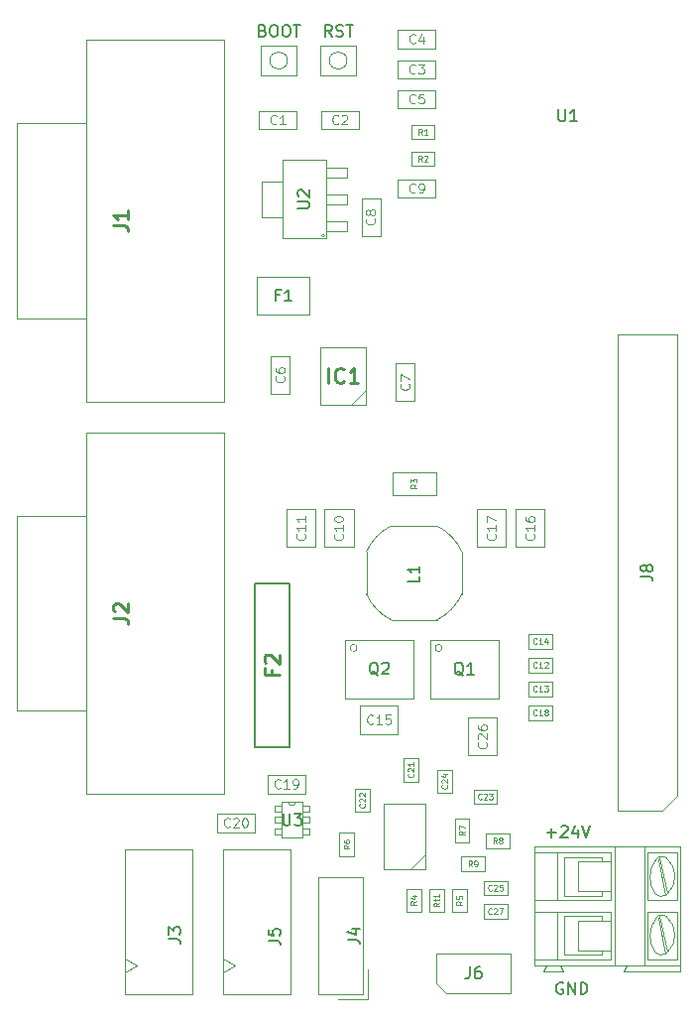
<source format=gbr>
%TF.GenerationSoftware,KiCad,Pcbnew,7.0.10-7.0.10~ubuntu23.10.1*%
%TF.CreationDate,2024-02-11T17:41:29+01:00*%
%TF.ProjectId,mainBoard,6d61696e-426f-4617-9264-2e6b69636164,rev?*%
%TF.SameCoordinates,Original*%
%TF.FileFunction,AssemblyDrawing,Top*%
%FSLAX46Y46*%
G04 Gerber Fmt 4.6, Leading zero omitted, Abs format (unit mm)*
G04 Created by KiCad (PCBNEW 7.0.10-7.0.10~ubuntu23.10.1) date 2024-02-11 17:41:29*
%MOMM*%
%LPD*%
G01*
G04 APERTURE LIST*
%ADD10C,0.150000*%
%ADD11C,0.080000*%
%ADD12C,0.120000*%
%ADD13C,0.254000*%
%ADD14C,0.100000*%
%ADD15C,0.025400*%
%ADD16C,0.200000*%
G04 APERTURE END LIST*
D10*
X158492988Y-135823438D02*
X158397750Y-135775819D01*
X158397750Y-135775819D02*
X158254893Y-135775819D01*
X158254893Y-135775819D02*
X158112036Y-135823438D01*
X158112036Y-135823438D02*
X158016798Y-135918676D01*
X158016798Y-135918676D02*
X157969179Y-136013914D01*
X157969179Y-136013914D02*
X157921560Y-136204390D01*
X157921560Y-136204390D02*
X157921560Y-136347247D01*
X157921560Y-136347247D02*
X157969179Y-136537723D01*
X157969179Y-136537723D02*
X158016798Y-136632961D01*
X158016798Y-136632961D02*
X158112036Y-136728200D01*
X158112036Y-136728200D02*
X158254893Y-136775819D01*
X158254893Y-136775819D02*
X158350131Y-136775819D01*
X158350131Y-136775819D02*
X158492988Y-136728200D01*
X158492988Y-136728200D02*
X158540607Y-136680580D01*
X158540607Y-136680580D02*
X158540607Y-136347247D01*
X158540607Y-136347247D02*
X158350131Y-136347247D01*
X158969179Y-136775819D02*
X158969179Y-135775819D01*
X158969179Y-135775819D02*
X159540607Y-136775819D01*
X159540607Y-136775819D02*
X159540607Y-135775819D01*
X160016798Y-136775819D02*
X160016798Y-135775819D01*
X160016798Y-135775819D02*
X160254893Y-135775819D01*
X160254893Y-135775819D02*
X160397750Y-135823438D01*
X160397750Y-135823438D02*
X160492988Y-135918676D01*
X160492988Y-135918676D02*
X160540607Y-136013914D01*
X160540607Y-136013914D02*
X160588226Y-136204390D01*
X160588226Y-136204390D02*
X160588226Y-136347247D01*
X160588226Y-136347247D02*
X160540607Y-136537723D01*
X160540607Y-136537723D02*
X160492988Y-136632961D01*
X160492988Y-136632961D02*
X160397750Y-136728200D01*
X160397750Y-136728200D02*
X160254893Y-136775819D01*
X160254893Y-136775819D02*
X160016798Y-136775819D01*
X157156379Y-123034466D02*
X157918284Y-123034466D01*
X157537331Y-123415419D02*
X157537331Y-122653514D01*
X158346855Y-122510657D02*
X158394474Y-122463038D01*
X158394474Y-122463038D02*
X158489712Y-122415419D01*
X158489712Y-122415419D02*
X158727807Y-122415419D01*
X158727807Y-122415419D02*
X158823045Y-122463038D01*
X158823045Y-122463038D02*
X158870664Y-122510657D01*
X158870664Y-122510657D02*
X158918283Y-122605895D01*
X158918283Y-122605895D02*
X158918283Y-122701133D01*
X158918283Y-122701133D02*
X158870664Y-122843990D01*
X158870664Y-122843990D02*
X158299236Y-123415419D01*
X158299236Y-123415419D02*
X158918283Y-123415419D01*
X159775426Y-122748752D02*
X159775426Y-123415419D01*
X159537331Y-122367800D02*
X159299236Y-123082085D01*
X159299236Y-123082085D02*
X159918283Y-123082085D01*
X160156379Y-122415419D02*
X160489712Y-123415419D01*
X160489712Y-123415419D02*
X160823045Y-122415419D01*
X142728961Y-109581259D02*
X142633723Y-109533640D01*
X142633723Y-109533640D02*
X142538485Y-109438402D01*
X142538485Y-109438402D02*
X142395628Y-109295544D01*
X142395628Y-109295544D02*
X142300390Y-109247925D01*
X142300390Y-109247925D02*
X142205152Y-109247925D01*
X142252771Y-109486021D02*
X142157533Y-109438402D01*
X142157533Y-109438402D02*
X142062295Y-109343163D01*
X142062295Y-109343163D02*
X142014676Y-109152687D01*
X142014676Y-109152687D02*
X142014676Y-108819354D01*
X142014676Y-108819354D02*
X142062295Y-108628878D01*
X142062295Y-108628878D02*
X142157533Y-108533640D01*
X142157533Y-108533640D02*
X142252771Y-108486021D01*
X142252771Y-108486021D02*
X142443247Y-108486021D01*
X142443247Y-108486021D02*
X142538485Y-108533640D01*
X142538485Y-108533640D02*
X142633723Y-108628878D01*
X142633723Y-108628878D02*
X142681342Y-108819354D01*
X142681342Y-108819354D02*
X142681342Y-109152687D01*
X142681342Y-109152687D02*
X142633723Y-109343163D01*
X142633723Y-109343163D02*
X142538485Y-109438402D01*
X142538485Y-109438402D02*
X142443247Y-109486021D01*
X142443247Y-109486021D02*
X142252771Y-109486021D01*
X143062295Y-108581259D02*
X143109914Y-108533640D01*
X143109914Y-108533640D02*
X143205152Y-108486021D01*
X143205152Y-108486021D02*
X143443247Y-108486021D01*
X143443247Y-108486021D02*
X143538485Y-108533640D01*
X143538485Y-108533640D02*
X143586104Y-108581259D01*
X143586104Y-108581259D02*
X143633723Y-108676497D01*
X143633723Y-108676497D02*
X143633723Y-108771735D01*
X143633723Y-108771735D02*
X143586104Y-108914592D01*
X143586104Y-108914592D02*
X143014676Y-109486021D01*
X143014676Y-109486021D02*
X143633723Y-109486021D01*
X149993361Y-109592257D02*
X149898123Y-109544638D01*
X149898123Y-109544638D02*
X149802885Y-109449400D01*
X149802885Y-109449400D02*
X149660028Y-109306542D01*
X149660028Y-109306542D02*
X149564790Y-109258923D01*
X149564790Y-109258923D02*
X149469552Y-109258923D01*
X149517171Y-109497019D02*
X149421933Y-109449400D01*
X149421933Y-109449400D02*
X149326695Y-109354161D01*
X149326695Y-109354161D02*
X149279076Y-109163685D01*
X149279076Y-109163685D02*
X149279076Y-108830352D01*
X149279076Y-108830352D02*
X149326695Y-108639876D01*
X149326695Y-108639876D02*
X149421933Y-108544638D01*
X149421933Y-108544638D02*
X149517171Y-108497019D01*
X149517171Y-108497019D02*
X149707647Y-108497019D01*
X149707647Y-108497019D02*
X149802885Y-108544638D01*
X149802885Y-108544638D02*
X149898123Y-108639876D01*
X149898123Y-108639876D02*
X149945742Y-108830352D01*
X149945742Y-108830352D02*
X149945742Y-109163685D01*
X149945742Y-109163685D02*
X149898123Y-109354161D01*
X149898123Y-109354161D02*
X149802885Y-109449400D01*
X149802885Y-109449400D02*
X149707647Y-109497019D01*
X149707647Y-109497019D02*
X149517171Y-109497019D01*
X150898123Y-109497019D02*
X150326695Y-109497019D01*
X150612409Y-109497019D02*
X150612409Y-108497019D01*
X150612409Y-108497019D02*
X150517171Y-108639876D01*
X150517171Y-108639876D02*
X150421933Y-108735114D01*
X150421933Y-108735114D02*
X150326695Y-108782733D01*
D11*
X145707979Y-117973159D02*
X145731789Y-117996968D01*
X145731789Y-117996968D02*
X145755598Y-118068397D01*
X145755598Y-118068397D02*
X145755598Y-118116016D01*
X145755598Y-118116016D02*
X145731789Y-118187444D01*
X145731789Y-118187444D02*
X145684169Y-118235063D01*
X145684169Y-118235063D02*
X145636550Y-118258873D01*
X145636550Y-118258873D02*
X145541312Y-118282682D01*
X145541312Y-118282682D02*
X145469884Y-118282682D01*
X145469884Y-118282682D02*
X145374646Y-118258873D01*
X145374646Y-118258873D02*
X145327027Y-118235063D01*
X145327027Y-118235063D02*
X145279408Y-118187444D01*
X145279408Y-118187444D02*
X145255598Y-118116016D01*
X145255598Y-118116016D02*
X145255598Y-118068397D01*
X145255598Y-118068397D02*
X145279408Y-117996968D01*
X145279408Y-117996968D02*
X145303217Y-117973159D01*
X145303217Y-117782682D02*
X145279408Y-117758873D01*
X145279408Y-117758873D02*
X145255598Y-117711254D01*
X145255598Y-117711254D02*
X145255598Y-117592206D01*
X145255598Y-117592206D02*
X145279408Y-117544587D01*
X145279408Y-117544587D02*
X145303217Y-117520778D01*
X145303217Y-117520778D02*
X145350836Y-117496968D01*
X145350836Y-117496968D02*
X145398455Y-117496968D01*
X145398455Y-117496968D02*
X145469884Y-117520778D01*
X145469884Y-117520778D02*
X145755598Y-117806492D01*
X145755598Y-117806492D02*
X145755598Y-117496968D01*
X145755598Y-117020778D02*
X145755598Y-117306492D01*
X145755598Y-117163635D02*
X145255598Y-117163635D01*
X145255598Y-117163635D02*
X145327027Y-117211254D01*
X145327027Y-117211254D02*
X145374646Y-117258873D01*
X145374646Y-117258873D02*
X145398455Y-117306492D01*
D12*
X152687664Y-97542285D02*
X152725760Y-97580381D01*
X152725760Y-97580381D02*
X152763855Y-97694666D01*
X152763855Y-97694666D02*
X152763855Y-97770857D01*
X152763855Y-97770857D02*
X152725760Y-97885143D01*
X152725760Y-97885143D02*
X152649569Y-97961333D01*
X152649569Y-97961333D02*
X152573379Y-97999428D01*
X152573379Y-97999428D02*
X152420998Y-98037524D01*
X152420998Y-98037524D02*
X152306712Y-98037524D01*
X152306712Y-98037524D02*
X152154331Y-97999428D01*
X152154331Y-97999428D02*
X152078140Y-97961333D01*
X152078140Y-97961333D02*
X152001950Y-97885143D01*
X152001950Y-97885143D02*
X151963855Y-97770857D01*
X151963855Y-97770857D02*
X151963855Y-97694666D01*
X151963855Y-97694666D02*
X152001950Y-97580381D01*
X152001950Y-97580381D02*
X152040045Y-97542285D01*
X152763855Y-96780381D02*
X152763855Y-97237524D01*
X152763855Y-97008952D02*
X151963855Y-97008952D01*
X151963855Y-97008952D02*
X152078140Y-97085143D01*
X152078140Y-97085143D02*
X152154331Y-97161333D01*
X152154331Y-97161333D02*
X152192426Y-97237524D01*
X151963855Y-96513714D02*
X151963855Y-95980380D01*
X151963855Y-95980380D02*
X152763855Y-96323238D01*
D10*
X146250819Y-101131666D02*
X146250819Y-101607856D01*
X146250819Y-101607856D02*
X145250819Y-101607856D01*
X146250819Y-100274523D02*
X146250819Y-100845951D01*
X146250819Y-100560237D02*
X145250819Y-100560237D01*
X145250819Y-100560237D02*
X145393676Y-100655475D01*
X145393676Y-100655475D02*
X145488914Y-100750713D01*
X145488914Y-100750713D02*
X145536533Y-100845951D01*
D12*
X145885367Y-58175011D02*
X145847271Y-58213107D01*
X145847271Y-58213107D02*
X145732986Y-58251202D01*
X145732986Y-58251202D02*
X145656795Y-58251202D01*
X145656795Y-58251202D02*
X145542509Y-58213107D01*
X145542509Y-58213107D02*
X145466319Y-58136916D01*
X145466319Y-58136916D02*
X145428224Y-58060726D01*
X145428224Y-58060726D02*
X145390128Y-57908345D01*
X145390128Y-57908345D02*
X145390128Y-57794059D01*
X145390128Y-57794059D02*
X145428224Y-57641678D01*
X145428224Y-57641678D02*
X145466319Y-57565487D01*
X145466319Y-57565487D02*
X145542509Y-57489297D01*
X145542509Y-57489297D02*
X145656795Y-57451202D01*
X145656795Y-57451202D02*
X145732986Y-57451202D01*
X145732986Y-57451202D02*
X145847271Y-57489297D01*
X145847271Y-57489297D02*
X145885367Y-57527392D01*
X146152033Y-57451202D02*
X146647271Y-57451202D01*
X146647271Y-57451202D02*
X146380605Y-57755964D01*
X146380605Y-57755964D02*
X146494890Y-57755964D01*
X146494890Y-57755964D02*
X146571081Y-57794059D01*
X146571081Y-57794059D02*
X146609176Y-57832154D01*
X146609176Y-57832154D02*
X146647271Y-57908345D01*
X146647271Y-57908345D02*
X146647271Y-58098821D01*
X146647271Y-58098821D02*
X146609176Y-58175011D01*
X146609176Y-58175011D02*
X146571081Y-58213107D01*
X146571081Y-58213107D02*
X146494890Y-58251202D01*
X146494890Y-58251202D02*
X146266319Y-58251202D01*
X146266319Y-58251202D02*
X146190128Y-58213107D01*
X146190128Y-58213107D02*
X146152033Y-58175011D01*
X155989664Y-97542285D02*
X156027760Y-97580381D01*
X156027760Y-97580381D02*
X156065855Y-97694666D01*
X156065855Y-97694666D02*
X156065855Y-97770857D01*
X156065855Y-97770857D02*
X156027760Y-97885143D01*
X156027760Y-97885143D02*
X155951569Y-97961333D01*
X155951569Y-97961333D02*
X155875379Y-97999428D01*
X155875379Y-97999428D02*
X155722998Y-98037524D01*
X155722998Y-98037524D02*
X155608712Y-98037524D01*
X155608712Y-98037524D02*
X155456331Y-97999428D01*
X155456331Y-97999428D02*
X155380140Y-97961333D01*
X155380140Y-97961333D02*
X155303950Y-97885143D01*
X155303950Y-97885143D02*
X155265855Y-97770857D01*
X155265855Y-97770857D02*
X155265855Y-97694666D01*
X155265855Y-97694666D02*
X155303950Y-97580381D01*
X155303950Y-97580381D02*
X155342045Y-97542285D01*
X156065855Y-96780381D02*
X156065855Y-97237524D01*
X156065855Y-97008952D02*
X155265855Y-97008952D01*
X155265855Y-97008952D02*
X155380140Y-97085143D01*
X155380140Y-97085143D02*
X155456331Y-97161333D01*
X155456331Y-97161333D02*
X155494426Y-97237524D01*
X155265855Y-96094666D02*
X155265855Y-96247047D01*
X155265855Y-96247047D02*
X155303950Y-96323238D01*
X155303950Y-96323238D02*
X155342045Y-96361333D01*
X155342045Y-96361333D02*
X155456331Y-96437523D01*
X155456331Y-96437523D02*
X155608712Y-96475619D01*
X155608712Y-96475619D02*
X155913474Y-96475619D01*
X155913474Y-96475619D02*
X155989664Y-96437523D01*
X155989664Y-96437523D02*
X156027760Y-96399428D01*
X156027760Y-96399428D02*
X156065855Y-96323238D01*
X156065855Y-96323238D02*
X156065855Y-96170857D01*
X156065855Y-96170857D02*
X156027760Y-96094666D01*
X156027760Y-96094666D02*
X155989664Y-96056571D01*
X155989664Y-96056571D02*
X155913474Y-96018476D01*
X155913474Y-96018476D02*
X155722998Y-96018476D01*
X155722998Y-96018476D02*
X155646807Y-96056571D01*
X155646807Y-96056571D02*
X155608712Y-96094666D01*
X155608712Y-96094666D02*
X155570617Y-96170857D01*
X155570617Y-96170857D02*
X155570617Y-96323238D01*
X155570617Y-96323238D02*
X155608712Y-96399428D01*
X155608712Y-96399428D02*
X155646807Y-96437523D01*
X155646807Y-96437523D02*
X155722998Y-96475619D01*
D11*
X141555930Y-120565028D02*
X141579740Y-120588837D01*
X141579740Y-120588837D02*
X141603549Y-120660266D01*
X141603549Y-120660266D02*
X141603549Y-120707885D01*
X141603549Y-120707885D02*
X141579740Y-120779313D01*
X141579740Y-120779313D02*
X141532120Y-120826932D01*
X141532120Y-120826932D02*
X141484501Y-120850742D01*
X141484501Y-120850742D02*
X141389263Y-120874551D01*
X141389263Y-120874551D02*
X141317835Y-120874551D01*
X141317835Y-120874551D02*
X141222597Y-120850742D01*
X141222597Y-120850742D02*
X141174978Y-120826932D01*
X141174978Y-120826932D02*
X141127359Y-120779313D01*
X141127359Y-120779313D02*
X141103549Y-120707885D01*
X141103549Y-120707885D02*
X141103549Y-120660266D01*
X141103549Y-120660266D02*
X141127359Y-120588837D01*
X141127359Y-120588837D02*
X141151168Y-120565028D01*
X141151168Y-120374551D02*
X141127359Y-120350742D01*
X141127359Y-120350742D02*
X141103549Y-120303123D01*
X141103549Y-120303123D02*
X141103549Y-120184075D01*
X141103549Y-120184075D02*
X141127359Y-120136456D01*
X141127359Y-120136456D02*
X141151168Y-120112647D01*
X141151168Y-120112647D02*
X141198787Y-120088837D01*
X141198787Y-120088837D02*
X141246406Y-120088837D01*
X141246406Y-120088837D02*
X141317835Y-120112647D01*
X141317835Y-120112647D02*
X141603549Y-120398361D01*
X141603549Y-120398361D02*
X141603549Y-120088837D01*
X141151168Y-119898361D02*
X141127359Y-119874552D01*
X141127359Y-119874552D02*
X141103549Y-119826933D01*
X141103549Y-119826933D02*
X141103549Y-119707885D01*
X141103549Y-119707885D02*
X141127359Y-119660266D01*
X141127359Y-119660266D02*
X141151168Y-119636457D01*
X141151168Y-119636457D02*
X141198787Y-119612647D01*
X141198787Y-119612647D02*
X141246406Y-119612647D01*
X141246406Y-119612647D02*
X141317835Y-119636457D01*
X141317835Y-119636457D02*
X141603549Y-119922171D01*
X141603549Y-119922171D02*
X141603549Y-119612647D01*
D12*
X142284514Y-113673264D02*
X142246418Y-113711360D01*
X142246418Y-113711360D02*
X142132133Y-113749455D01*
X142132133Y-113749455D02*
X142055942Y-113749455D01*
X142055942Y-113749455D02*
X141941656Y-113711360D01*
X141941656Y-113711360D02*
X141865466Y-113635169D01*
X141865466Y-113635169D02*
X141827371Y-113558979D01*
X141827371Y-113558979D02*
X141789275Y-113406598D01*
X141789275Y-113406598D02*
X141789275Y-113292312D01*
X141789275Y-113292312D02*
X141827371Y-113139931D01*
X141827371Y-113139931D02*
X141865466Y-113063740D01*
X141865466Y-113063740D02*
X141941656Y-112987550D01*
X141941656Y-112987550D02*
X142055942Y-112949455D01*
X142055942Y-112949455D02*
X142132133Y-112949455D01*
X142132133Y-112949455D02*
X142246418Y-112987550D01*
X142246418Y-112987550D02*
X142284514Y-113025645D01*
X143046418Y-113749455D02*
X142589275Y-113749455D01*
X142817847Y-113749455D02*
X142817847Y-112949455D01*
X142817847Y-112949455D02*
X142741656Y-113063740D01*
X142741656Y-113063740D02*
X142665466Y-113139931D01*
X142665466Y-113139931D02*
X142589275Y-113178026D01*
X143770228Y-112949455D02*
X143389276Y-112949455D01*
X143389276Y-112949455D02*
X143351180Y-113330407D01*
X143351180Y-113330407D02*
X143389276Y-113292312D01*
X143389276Y-113292312D02*
X143465466Y-113254217D01*
X143465466Y-113254217D02*
X143655942Y-113254217D01*
X143655942Y-113254217D02*
X143732133Y-113292312D01*
X143732133Y-113292312D02*
X143770228Y-113330407D01*
X143770228Y-113330407D02*
X143808323Y-113406598D01*
X143808323Y-113406598D02*
X143808323Y-113597074D01*
X143808323Y-113597074D02*
X143770228Y-113673264D01*
X143770228Y-113673264D02*
X143732133Y-113711360D01*
X143732133Y-113711360D02*
X143655942Y-113749455D01*
X143655942Y-113749455D02*
X143465466Y-113749455D01*
X143465466Y-113749455D02*
X143389276Y-113711360D01*
X143389276Y-113711360D02*
X143351180Y-113673264D01*
X130041714Y-122461664D02*
X130003618Y-122499760D01*
X130003618Y-122499760D02*
X129889333Y-122537855D01*
X129889333Y-122537855D02*
X129813142Y-122537855D01*
X129813142Y-122537855D02*
X129698856Y-122499760D01*
X129698856Y-122499760D02*
X129622666Y-122423569D01*
X129622666Y-122423569D02*
X129584571Y-122347379D01*
X129584571Y-122347379D02*
X129546475Y-122194998D01*
X129546475Y-122194998D02*
X129546475Y-122080712D01*
X129546475Y-122080712D02*
X129584571Y-121928331D01*
X129584571Y-121928331D02*
X129622666Y-121852140D01*
X129622666Y-121852140D02*
X129698856Y-121775950D01*
X129698856Y-121775950D02*
X129813142Y-121737855D01*
X129813142Y-121737855D02*
X129889333Y-121737855D01*
X129889333Y-121737855D02*
X130003618Y-121775950D01*
X130003618Y-121775950D02*
X130041714Y-121814045D01*
X130346475Y-121814045D02*
X130384571Y-121775950D01*
X130384571Y-121775950D02*
X130460761Y-121737855D01*
X130460761Y-121737855D02*
X130651237Y-121737855D01*
X130651237Y-121737855D02*
X130727428Y-121775950D01*
X130727428Y-121775950D02*
X130765523Y-121814045D01*
X130765523Y-121814045D02*
X130803618Y-121890236D01*
X130803618Y-121890236D02*
X130803618Y-121966426D01*
X130803618Y-121966426D02*
X130765523Y-122080712D01*
X130765523Y-122080712D02*
X130308380Y-122537855D01*
X130308380Y-122537855D02*
X130803618Y-122537855D01*
X131298857Y-121737855D02*
X131375047Y-121737855D01*
X131375047Y-121737855D02*
X131451238Y-121775950D01*
X131451238Y-121775950D02*
X131489333Y-121814045D01*
X131489333Y-121814045D02*
X131527428Y-121890236D01*
X131527428Y-121890236D02*
X131565523Y-122042617D01*
X131565523Y-122042617D02*
X131565523Y-122233093D01*
X131565523Y-122233093D02*
X131527428Y-122385474D01*
X131527428Y-122385474D02*
X131489333Y-122461664D01*
X131489333Y-122461664D02*
X131451238Y-122499760D01*
X131451238Y-122499760D02*
X131375047Y-122537855D01*
X131375047Y-122537855D02*
X131298857Y-122537855D01*
X131298857Y-122537855D02*
X131222666Y-122499760D01*
X131222666Y-122499760D02*
X131184571Y-122461664D01*
X131184571Y-122461664D02*
X131146476Y-122385474D01*
X131146476Y-122385474D02*
X131108380Y-122233093D01*
X131108380Y-122233093D02*
X131108380Y-122042617D01*
X131108380Y-122042617D02*
X131146476Y-121890236D01*
X131146476Y-121890236D02*
X131184571Y-121814045D01*
X131184571Y-121814045D02*
X131222666Y-121775950D01*
X131222666Y-121775950D02*
X131298857Y-121737855D01*
X145885367Y-60715011D02*
X145847271Y-60753107D01*
X145847271Y-60753107D02*
X145732986Y-60791202D01*
X145732986Y-60791202D02*
X145656795Y-60791202D01*
X145656795Y-60791202D02*
X145542509Y-60753107D01*
X145542509Y-60753107D02*
X145466319Y-60676916D01*
X145466319Y-60676916D02*
X145428224Y-60600726D01*
X145428224Y-60600726D02*
X145390128Y-60448345D01*
X145390128Y-60448345D02*
X145390128Y-60334059D01*
X145390128Y-60334059D02*
X145428224Y-60181678D01*
X145428224Y-60181678D02*
X145466319Y-60105487D01*
X145466319Y-60105487D02*
X145542509Y-60029297D01*
X145542509Y-60029297D02*
X145656795Y-59991202D01*
X145656795Y-59991202D02*
X145732986Y-59991202D01*
X145732986Y-59991202D02*
X145847271Y-60029297D01*
X145847271Y-60029297D02*
X145885367Y-60067392D01*
X146609176Y-59991202D02*
X146228224Y-59991202D01*
X146228224Y-59991202D02*
X146190128Y-60372154D01*
X146190128Y-60372154D02*
X146228224Y-60334059D01*
X146228224Y-60334059D02*
X146304414Y-60295964D01*
X146304414Y-60295964D02*
X146494890Y-60295964D01*
X146494890Y-60295964D02*
X146571081Y-60334059D01*
X146571081Y-60334059D02*
X146609176Y-60372154D01*
X146609176Y-60372154D02*
X146647271Y-60448345D01*
X146647271Y-60448345D02*
X146647271Y-60638821D01*
X146647271Y-60638821D02*
X146609176Y-60715011D01*
X146609176Y-60715011D02*
X146571081Y-60753107D01*
X146571081Y-60753107D02*
X146494890Y-60791202D01*
X146494890Y-60791202D02*
X146304414Y-60791202D01*
X146304414Y-60791202D02*
X146228224Y-60753107D01*
X146228224Y-60753107D02*
X146190128Y-60715011D01*
X134359714Y-119159664D02*
X134321618Y-119197760D01*
X134321618Y-119197760D02*
X134207333Y-119235855D01*
X134207333Y-119235855D02*
X134131142Y-119235855D01*
X134131142Y-119235855D02*
X134016856Y-119197760D01*
X134016856Y-119197760D02*
X133940666Y-119121569D01*
X133940666Y-119121569D02*
X133902571Y-119045379D01*
X133902571Y-119045379D02*
X133864475Y-118892998D01*
X133864475Y-118892998D02*
X133864475Y-118778712D01*
X133864475Y-118778712D02*
X133902571Y-118626331D01*
X133902571Y-118626331D02*
X133940666Y-118550140D01*
X133940666Y-118550140D02*
X134016856Y-118473950D01*
X134016856Y-118473950D02*
X134131142Y-118435855D01*
X134131142Y-118435855D02*
X134207333Y-118435855D01*
X134207333Y-118435855D02*
X134321618Y-118473950D01*
X134321618Y-118473950D02*
X134359714Y-118512045D01*
X135121618Y-119235855D02*
X134664475Y-119235855D01*
X134893047Y-119235855D02*
X134893047Y-118435855D01*
X134893047Y-118435855D02*
X134816856Y-118550140D01*
X134816856Y-118550140D02*
X134740666Y-118626331D01*
X134740666Y-118626331D02*
X134664475Y-118664426D01*
X135502571Y-119235855D02*
X135654952Y-119235855D01*
X135654952Y-119235855D02*
X135731142Y-119197760D01*
X135731142Y-119197760D02*
X135769238Y-119159664D01*
X135769238Y-119159664D02*
X135845428Y-119045379D01*
X135845428Y-119045379D02*
X135883523Y-118892998D01*
X135883523Y-118892998D02*
X135883523Y-118588236D01*
X135883523Y-118588236D02*
X135845428Y-118512045D01*
X135845428Y-118512045D02*
X135807333Y-118473950D01*
X135807333Y-118473950D02*
X135731142Y-118435855D01*
X135731142Y-118435855D02*
X135578761Y-118435855D01*
X135578761Y-118435855D02*
X135502571Y-118473950D01*
X135502571Y-118473950D02*
X135464476Y-118512045D01*
X135464476Y-118512045D02*
X135426380Y-118588236D01*
X135426380Y-118588236D02*
X135426380Y-118778712D01*
X135426380Y-118778712D02*
X135464476Y-118854902D01*
X135464476Y-118854902D02*
X135502571Y-118892998D01*
X135502571Y-118892998D02*
X135578761Y-118931093D01*
X135578761Y-118931093D02*
X135731142Y-118931093D01*
X135731142Y-118931093D02*
X135807333Y-118892998D01*
X135807333Y-118892998D02*
X135845428Y-118854902D01*
X135845428Y-118854902D02*
X135883523Y-118778712D01*
D10*
X165168019Y-101146680D02*
X165882304Y-101146680D01*
X165882304Y-101146680D02*
X166025161Y-101194299D01*
X166025161Y-101194299D02*
X166120400Y-101289537D01*
X166120400Y-101289537D02*
X166168019Y-101432394D01*
X166168019Y-101432394D02*
X166168019Y-101527632D01*
X165596590Y-100527632D02*
X165548971Y-100622870D01*
X165548971Y-100622870D02*
X165501352Y-100670489D01*
X165501352Y-100670489D02*
X165406114Y-100718108D01*
X165406114Y-100718108D02*
X165358495Y-100718108D01*
X165358495Y-100718108D02*
X165263257Y-100670489D01*
X165263257Y-100670489D02*
X165215638Y-100622870D01*
X165215638Y-100622870D02*
X165168019Y-100527632D01*
X165168019Y-100527632D02*
X165168019Y-100337156D01*
X165168019Y-100337156D02*
X165215638Y-100241918D01*
X165215638Y-100241918D02*
X165263257Y-100194299D01*
X165263257Y-100194299D02*
X165358495Y-100146680D01*
X165358495Y-100146680D02*
X165406114Y-100146680D01*
X165406114Y-100146680D02*
X165501352Y-100194299D01*
X165501352Y-100194299D02*
X165548971Y-100241918D01*
X165548971Y-100241918D02*
X165596590Y-100337156D01*
X165596590Y-100337156D02*
X165596590Y-100527632D01*
X165596590Y-100527632D02*
X165644209Y-100622870D01*
X165644209Y-100622870D02*
X165691828Y-100670489D01*
X165691828Y-100670489D02*
X165787066Y-100718108D01*
X165787066Y-100718108D02*
X165977542Y-100718108D01*
X165977542Y-100718108D02*
X166072780Y-100670489D01*
X166072780Y-100670489D02*
X166120400Y-100622870D01*
X166120400Y-100622870D02*
X166168019Y-100527632D01*
X166168019Y-100527632D02*
X166168019Y-100337156D01*
X166168019Y-100337156D02*
X166120400Y-100241918D01*
X166120400Y-100241918D02*
X166072780Y-100194299D01*
X166072780Y-100194299D02*
X165977542Y-100146680D01*
X165977542Y-100146680D02*
X165787066Y-100146680D01*
X165787066Y-100146680D02*
X165691828Y-100194299D01*
X165691828Y-100194299D02*
X165644209Y-100241918D01*
X165644209Y-100241918D02*
X165596590Y-100337156D01*
D11*
X146465866Y-65734496D02*
X146299200Y-65496401D01*
X146180152Y-65734496D02*
X146180152Y-65234496D01*
X146180152Y-65234496D02*
X146370628Y-65234496D01*
X146370628Y-65234496D02*
X146418247Y-65258306D01*
X146418247Y-65258306D02*
X146442057Y-65282115D01*
X146442057Y-65282115D02*
X146465866Y-65329734D01*
X146465866Y-65329734D02*
X146465866Y-65401163D01*
X146465866Y-65401163D02*
X146442057Y-65448782D01*
X146442057Y-65448782D02*
X146418247Y-65472591D01*
X146418247Y-65472591D02*
X146370628Y-65496401D01*
X146370628Y-65496401D02*
X146180152Y-65496401D01*
X146656343Y-65282115D02*
X146680152Y-65258306D01*
X146680152Y-65258306D02*
X146727771Y-65234496D01*
X146727771Y-65234496D02*
X146846819Y-65234496D01*
X146846819Y-65234496D02*
X146894438Y-65258306D01*
X146894438Y-65258306D02*
X146918247Y-65282115D01*
X146918247Y-65282115D02*
X146942057Y-65329734D01*
X146942057Y-65329734D02*
X146942057Y-65377353D01*
X146942057Y-65377353D02*
X146918247Y-65448782D01*
X146918247Y-65448782D02*
X146632533Y-65734496D01*
X146632533Y-65734496D02*
X146942057Y-65734496D01*
X152861915Y-123944480D02*
X152695249Y-123706385D01*
X152576201Y-123944480D02*
X152576201Y-123444480D01*
X152576201Y-123444480D02*
X152766677Y-123444480D01*
X152766677Y-123444480D02*
X152814296Y-123468290D01*
X152814296Y-123468290D02*
X152838106Y-123492099D01*
X152838106Y-123492099D02*
X152861915Y-123539718D01*
X152861915Y-123539718D02*
X152861915Y-123611147D01*
X152861915Y-123611147D02*
X152838106Y-123658766D01*
X152838106Y-123658766D02*
X152814296Y-123682575D01*
X152814296Y-123682575D02*
X152766677Y-123706385D01*
X152766677Y-123706385D02*
X152576201Y-123706385D01*
X153147630Y-123658766D02*
X153100011Y-123634956D01*
X153100011Y-123634956D02*
X153076201Y-123611147D01*
X153076201Y-123611147D02*
X153052392Y-123563528D01*
X153052392Y-123563528D02*
X153052392Y-123539718D01*
X153052392Y-123539718D02*
X153076201Y-123492099D01*
X153076201Y-123492099D02*
X153100011Y-123468290D01*
X153100011Y-123468290D02*
X153147630Y-123444480D01*
X153147630Y-123444480D02*
X153242868Y-123444480D01*
X153242868Y-123444480D02*
X153290487Y-123468290D01*
X153290487Y-123468290D02*
X153314296Y-123492099D01*
X153314296Y-123492099D02*
X153338106Y-123539718D01*
X153338106Y-123539718D02*
X153338106Y-123563528D01*
X153338106Y-123563528D02*
X153314296Y-123611147D01*
X153314296Y-123611147D02*
X153290487Y-123634956D01*
X153290487Y-123634956D02*
X153242868Y-123658766D01*
X153242868Y-123658766D02*
X153147630Y-123658766D01*
X153147630Y-123658766D02*
X153100011Y-123682575D01*
X153100011Y-123682575D02*
X153076201Y-123706385D01*
X153076201Y-123706385D02*
X153052392Y-123754004D01*
X153052392Y-123754004D02*
X153052392Y-123849242D01*
X153052392Y-123849242D02*
X153076201Y-123896861D01*
X153076201Y-123896861D02*
X153100011Y-123920671D01*
X153100011Y-123920671D02*
X153147630Y-123944480D01*
X153147630Y-123944480D02*
X153242868Y-123944480D01*
X153242868Y-123944480D02*
X153290487Y-123920671D01*
X153290487Y-123920671D02*
X153314296Y-123896861D01*
X153314296Y-123896861D02*
X153338106Y-123849242D01*
X153338106Y-123849242D02*
X153338106Y-123754004D01*
X153338106Y-123754004D02*
X153314296Y-123706385D01*
X153314296Y-123706385D02*
X153290487Y-123682575D01*
X153290487Y-123682575D02*
X153242868Y-123658766D01*
D12*
X145321664Y-84715332D02*
X145359760Y-84753428D01*
X145359760Y-84753428D02*
X145397855Y-84867713D01*
X145397855Y-84867713D02*
X145397855Y-84943904D01*
X145397855Y-84943904D02*
X145359760Y-85058190D01*
X145359760Y-85058190D02*
X145283569Y-85134380D01*
X145283569Y-85134380D02*
X145207379Y-85172475D01*
X145207379Y-85172475D02*
X145054998Y-85210571D01*
X145054998Y-85210571D02*
X144940712Y-85210571D01*
X144940712Y-85210571D02*
X144788331Y-85172475D01*
X144788331Y-85172475D02*
X144712140Y-85134380D01*
X144712140Y-85134380D02*
X144635950Y-85058190D01*
X144635950Y-85058190D02*
X144597855Y-84943904D01*
X144597855Y-84943904D02*
X144597855Y-84867713D01*
X144597855Y-84867713D02*
X144635950Y-84753428D01*
X144635950Y-84753428D02*
X144674045Y-84715332D01*
X144597855Y-84448666D02*
X144597855Y-83915332D01*
X144597855Y-83915332D02*
X145397855Y-84258190D01*
D10*
X140154019Y-132134680D02*
X140868304Y-132134680D01*
X140868304Y-132134680D02*
X141011161Y-132182299D01*
X141011161Y-132182299D02*
X141106400Y-132277537D01*
X141106400Y-132277537D02*
X141154019Y-132420394D01*
X141154019Y-132420394D02*
X141154019Y-132515632D01*
X140487352Y-131229918D02*
X141154019Y-131229918D01*
X140106400Y-131468013D02*
X140820685Y-131706108D01*
X140820685Y-131706108D02*
X140820685Y-131087061D01*
X132880057Y-54556356D02*
X133022914Y-54603975D01*
X133022914Y-54603975D02*
X133070533Y-54651594D01*
X133070533Y-54651594D02*
X133118152Y-54746832D01*
X133118152Y-54746832D02*
X133118152Y-54889689D01*
X133118152Y-54889689D02*
X133070533Y-54984927D01*
X133070533Y-54984927D02*
X133022914Y-55032547D01*
X133022914Y-55032547D02*
X132927676Y-55080166D01*
X132927676Y-55080166D02*
X132546724Y-55080166D01*
X132546724Y-55080166D02*
X132546724Y-54080166D01*
X132546724Y-54080166D02*
X132880057Y-54080166D01*
X132880057Y-54080166D02*
X132975295Y-54127785D01*
X132975295Y-54127785D02*
X133022914Y-54175404D01*
X133022914Y-54175404D02*
X133070533Y-54270642D01*
X133070533Y-54270642D02*
X133070533Y-54365880D01*
X133070533Y-54365880D02*
X133022914Y-54461118D01*
X133022914Y-54461118D02*
X132975295Y-54508737D01*
X132975295Y-54508737D02*
X132880057Y-54556356D01*
X132880057Y-54556356D02*
X132546724Y-54556356D01*
X133737200Y-54080166D02*
X133927676Y-54080166D01*
X133927676Y-54080166D02*
X134022914Y-54127785D01*
X134022914Y-54127785D02*
X134118152Y-54223023D01*
X134118152Y-54223023D02*
X134165771Y-54413499D01*
X134165771Y-54413499D02*
X134165771Y-54746832D01*
X134165771Y-54746832D02*
X134118152Y-54937308D01*
X134118152Y-54937308D02*
X134022914Y-55032547D01*
X134022914Y-55032547D02*
X133927676Y-55080166D01*
X133927676Y-55080166D02*
X133737200Y-55080166D01*
X133737200Y-55080166D02*
X133641962Y-55032547D01*
X133641962Y-55032547D02*
X133546724Y-54937308D01*
X133546724Y-54937308D02*
X133499105Y-54746832D01*
X133499105Y-54746832D02*
X133499105Y-54413499D01*
X133499105Y-54413499D02*
X133546724Y-54223023D01*
X133546724Y-54223023D02*
X133641962Y-54127785D01*
X133641962Y-54127785D02*
X133737200Y-54080166D01*
X134784819Y-54080166D02*
X134975295Y-54080166D01*
X134975295Y-54080166D02*
X135070533Y-54127785D01*
X135070533Y-54127785D02*
X135165771Y-54223023D01*
X135165771Y-54223023D02*
X135213390Y-54413499D01*
X135213390Y-54413499D02*
X135213390Y-54746832D01*
X135213390Y-54746832D02*
X135165771Y-54937308D01*
X135165771Y-54937308D02*
X135070533Y-55032547D01*
X135070533Y-55032547D02*
X134975295Y-55080166D01*
X134975295Y-55080166D02*
X134784819Y-55080166D01*
X134784819Y-55080166D02*
X134689581Y-55032547D01*
X134689581Y-55032547D02*
X134594343Y-54937308D01*
X134594343Y-54937308D02*
X134546724Y-54746832D01*
X134546724Y-54746832D02*
X134546724Y-54413499D01*
X134546724Y-54413499D02*
X134594343Y-54223023D01*
X134594343Y-54223023D02*
X134689581Y-54127785D01*
X134689581Y-54127785D02*
X134784819Y-54080166D01*
X135499105Y-54080166D02*
X136070533Y-54080166D01*
X135784819Y-55080166D02*
X135784819Y-54080166D01*
D11*
X150728315Y-125905280D02*
X150561649Y-125667185D01*
X150442601Y-125905280D02*
X150442601Y-125405280D01*
X150442601Y-125405280D02*
X150633077Y-125405280D01*
X150633077Y-125405280D02*
X150680696Y-125429090D01*
X150680696Y-125429090D02*
X150704506Y-125452899D01*
X150704506Y-125452899D02*
X150728315Y-125500518D01*
X150728315Y-125500518D02*
X150728315Y-125571947D01*
X150728315Y-125571947D02*
X150704506Y-125619566D01*
X150704506Y-125619566D02*
X150680696Y-125643375D01*
X150680696Y-125643375D02*
X150633077Y-125667185D01*
X150633077Y-125667185D02*
X150442601Y-125667185D01*
X150966411Y-125905280D02*
X151061649Y-125905280D01*
X151061649Y-125905280D02*
X151109268Y-125881471D01*
X151109268Y-125881471D02*
X151133077Y-125857661D01*
X151133077Y-125857661D02*
X151180696Y-125786232D01*
X151180696Y-125786232D02*
X151204506Y-125690994D01*
X151204506Y-125690994D02*
X151204506Y-125500518D01*
X151204506Y-125500518D02*
X151180696Y-125452899D01*
X151180696Y-125452899D02*
X151156887Y-125429090D01*
X151156887Y-125429090D02*
X151109268Y-125405280D01*
X151109268Y-125405280D02*
X151014030Y-125405280D01*
X151014030Y-125405280D02*
X150966411Y-125429090D01*
X150966411Y-125429090D02*
X150942601Y-125452899D01*
X150942601Y-125452899D02*
X150918792Y-125500518D01*
X150918792Y-125500518D02*
X150918792Y-125619566D01*
X150918792Y-125619566D02*
X150942601Y-125667185D01*
X150942601Y-125667185D02*
X150966411Y-125690994D01*
X150966411Y-125690994D02*
X151014030Y-125714804D01*
X151014030Y-125714804D02*
X151109268Y-125714804D01*
X151109268Y-125714804D02*
X151156887Y-125690994D01*
X151156887Y-125690994D02*
X151180696Y-125667185D01*
X151180696Y-125667185D02*
X151204506Y-125619566D01*
X148603579Y-118938359D02*
X148627389Y-118962168D01*
X148627389Y-118962168D02*
X148651198Y-119033597D01*
X148651198Y-119033597D02*
X148651198Y-119081216D01*
X148651198Y-119081216D02*
X148627389Y-119152644D01*
X148627389Y-119152644D02*
X148579769Y-119200263D01*
X148579769Y-119200263D02*
X148532150Y-119224073D01*
X148532150Y-119224073D02*
X148436912Y-119247882D01*
X148436912Y-119247882D02*
X148365484Y-119247882D01*
X148365484Y-119247882D02*
X148270246Y-119224073D01*
X148270246Y-119224073D02*
X148222627Y-119200263D01*
X148222627Y-119200263D02*
X148175008Y-119152644D01*
X148175008Y-119152644D02*
X148151198Y-119081216D01*
X148151198Y-119081216D02*
X148151198Y-119033597D01*
X148151198Y-119033597D02*
X148175008Y-118962168D01*
X148175008Y-118962168D02*
X148198817Y-118938359D01*
X148198817Y-118747882D02*
X148175008Y-118724073D01*
X148175008Y-118724073D02*
X148151198Y-118676454D01*
X148151198Y-118676454D02*
X148151198Y-118557406D01*
X148151198Y-118557406D02*
X148175008Y-118509787D01*
X148175008Y-118509787D02*
X148198817Y-118485978D01*
X148198817Y-118485978D02*
X148246436Y-118462168D01*
X148246436Y-118462168D02*
X148294055Y-118462168D01*
X148294055Y-118462168D02*
X148365484Y-118485978D01*
X148365484Y-118485978D02*
X148651198Y-118771692D01*
X148651198Y-118771692D02*
X148651198Y-118462168D01*
X148317865Y-118033597D02*
X148651198Y-118033597D01*
X148127389Y-118152645D02*
X148484531Y-118271692D01*
X148484531Y-118271692D02*
X148484531Y-117962169D01*
D12*
X134024367Y-62493011D02*
X133986271Y-62531107D01*
X133986271Y-62531107D02*
X133871986Y-62569202D01*
X133871986Y-62569202D02*
X133795795Y-62569202D01*
X133795795Y-62569202D02*
X133681509Y-62531107D01*
X133681509Y-62531107D02*
X133605319Y-62454916D01*
X133605319Y-62454916D02*
X133567224Y-62378726D01*
X133567224Y-62378726D02*
X133529128Y-62226345D01*
X133529128Y-62226345D02*
X133529128Y-62112059D01*
X133529128Y-62112059D02*
X133567224Y-61959678D01*
X133567224Y-61959678D02*
X133605319Y-61883487D01*
X133605319Y-61883487D02*
X133681509Y-61807297D01*
X133681509Y-61807297D02*
X133795795Y-61769202D01*
X133795795Y-61769202D02*
X133871986Y-61769202D01*
X133871986Y-61769202D02*
X133986271Y-61807297D01*
X133986271Y-61807297D02*
X134024367Y-61845392D01*
X134786271Y-62569202D02*
X134329128Y-62569202D01*
X134557700Y-62569202D02*
X134557700Y-61769202D01*
X134557700Y-61769202D02*
X134481509Y-61883487D01*
X134481509Y-61883487D02*
X134405319Y-61959678D01*
X134405319Y-61959678D02*
X134329128Y-61997773D01*
D13*
X120111518Y-104697679D02*
X121018661Y-104697679D01*
X121018661Y-104697679D02*
X121200089Y-104758156D01*
X121200089Y-104758156D02*
X121321042Y-104879108D01*
X121321042Y-104879108D02*
X121381518Y-105060537D01*
X121381518Y-105060537D02*
X121381518Y-105181489D01*
X120232470Y-104153394D02*
X120171994Y-104092918D01*
X120171994Y-104092918D02*
X120111518Y-103971965D01*
X120111518Y-103971965D02*
X120111518Y-103669584D01*
X120111518Y-103669584D02*
X120171994Y-103548632D01*
X120171994Y-103548632D02*
X120232470Y-103488156D01*
X120232470Y-103488156D02*
X120353422Y-103427679D01*
X120353422Y-103427679D02*
X120474375Y-103427679D01*
X120474375Y-103427679D02*
X120655803Y-103488156D01*
X120655803Y-103488156D02*
X121381518Y-104213870D01*
X121381518Y-104213870D02*
X121381518Y-103427679D01*
D10*
X138769580Y-55080166D02*
X138436247Y-54603975D01*
X138198152Y-55080166D02*
X138198152Y-54080166D01*
X138198152Y-54080166D02*
X138579104Y-54080166D01*
X138579104Y-54080166D02*
X138674342Y-54127785D01*
X138674342Y-54127785D02*
X138721961Y-54175404D01*
X138721961Y-54175404D02*
X138769580Y-54270642D01*
X138769580Y-54270642D02*
X138769580Y-54413499D01*
X138769580Y-54413499D02*
X138721961Y-54508737D01*
X138721961Y-54508737D02*
X138674342Y-54556356D01*
X138674342Y-54556356D02*
X138579104Y-54603975D01*
X138579104Y-54603975D02*
X138198152Y-54603975D01*
X139150533Y-55032547D02*
X139293390Y-55080166D01*
X139293390Y-55080166D02*
X139531485Y-55080166D01*
X139531485Y-55080166D02*
X139626723Y-55032547D01*
X139626723Y-55032547D02*
X139674342Y-54984927D01*
X139674342Y-54984927D02*
X139721961Y-54889689D01*
X139721961Y-54889689D02*
X139721961Y-54794451D01*
X139721961Y-54794451D02*
X139674342Y-54699213D01*
X139674342Y-54699213D02*
X139626723Y-54651594D01*
X139626723Y-54651594D02*
X139531485Y-54603975D01*
X139531485Y-54603975D02*
X139341009Y-54556356D01*
X139341009Y-54556356D02*
X139245771Y-54508737D01*
X139245771Y-54508737D02*
X139198152Y-54461118D01*
X139198152Y-54461118D02*
X139150533Y-54365880D01*
X139150533Y-54365880D02*
X139150533Y-54270642D01*
X139150533Y-54270642D02*
X139198152Y-54175404D01*
X139198152Y-54175404D02*
X139245771Y-54127785D01*
X139245771Y-54127785D02*
X139341009Y-54080166D01*
X139341009Y-54080166D02*
X139579104Y-54080166D01*
X139579104Y-54080166D02*
X139721961Y-54127785D01*
X140007676Y-54080166D02*
X140579104Y-54080166D01*
X140293390Y-55080166D02*
X140293390Y-54080166D01*
X133363619Y-132210133D02*
X134077904Y-132210133D01*
X134077904Y-132210133D02*
X134220761Y-132257752D01*
X134220761Y-132257752D02*
X134316000Y-132352990D01*
X134316000Y-132352990D02*
X134363619Y-132495847D01*
X134363619Y-132495847D02*
X134363619Y-132591085D01*
X133363619Y-131257752D02*
X133363619Y-131733942D01*
X133363619Y-131733942D02*
X133839809Y-131781561D01*
X133839809Y-131781561D02*
X133792190Y-131733942D01*
X133792190Y-131733942D02*
X133744571Y-131638704D01*
X133744571Y-131638704D02*
X133744571Y-131400609D01*
X133744571Y-131400609D02*
X133792190Y-131305371D01*
X133792190Y-131305371D02*
X133839809Y-131257752D01*
X133839809Y-131257752D02*
X133935047Y-131210133D01*
X133935047Y-131210133D02*
X134173142Y-131210133D01*
X134173142Y-131210133D02*
X134268380Y-131257752D01*
X134268380Y-131257752D02*
X134316000Y-131305371D01*
X134316000Y-131305371D02*
X134363619Y-131400609D01*
X134363619Y-131400609D02*
X134363619Y-131638704D01*
X134363619Y-131638704D02*
X134316000Y-131733942D01*
X134316000Y-131733942D02*
X134268380Y-131781561D01*
D12*
X142400664Y-70618332D02*
X142438760Y-70656428D01*
X142438760Y-70656428D02*
X142476855Y-70770713D01*
X142476855Y-70770713D02*
X142476855Y-70846904D01*
X142476855Y-70846904D02*
X142438760Y-70961190D01*
X142438760Y-70961190D02*
X142362569Y-71037380D01*
X142362569Y-71037380D02*
X142286379Y-71075475D01*
X142286379Y-71075475D02*
X142133998Y-71113571D01*
X142133998Y-71113571D02*
X142019712Y-71113571D01*
X142019712Y-71113571D02*
X141867331Y-71075475D01*
X141867331Y-71075475D02*
X141791140Y-71037380D01*
X141791140Y-71037380D02*
X141714950Y-70961190D01*
X141714950Y-70961190D02*
X141676855Y-70846904D01*
X141676855Y-70846904D02*
X141676855Y-70770713D01*
X141676855Y-70770713D02*
X141714950Y-70656428D01*
X141714950Y-70656428D02*
X141753045Y-70618332D01*
X142019712Y-70161190D02*
X141981617Y-70237380D01*
X141981617Y-70237380D02*
X141943521Y-70275475D01*
X141943521Y-70275475D02*
X141867331Y-70313571D01*
X141867331Y-70313571D02*
X141829236Y-70313571D01*
X141829236Y-70313571D02*
X141753045Y-70275475D01*
X141753045Y-70275475D02*
X141714950Y-70237380D01*
X141714950Y-70237380D02*
X141676855Y-70161190D01*
X141676855Y-70161190D02*
X141676855Y-70008809D01*
X141676855Y-70008809D02*
X141714950Y-69932618D01*
X141714950Y-69932618D02*
X141753045Y-69894523D01*
X141753045Y-69894523D02*
X141829236Y-69856428D01*
X141829236Y-69856428D02*
X141867331Y-69856428D01*
X141867331Y-69856428D02*
X141943521Y-69894523D01*
X141943521Y-69894523D02*
X141981617Y-69932618D01*
X141981617Y-69932618D02*
X142019712Y-70008809D01*
X142019712Y-70008809D02*
X142019712Y-70161190D01*
X142019712Y-70161190D02*
X142057807Y-70237380D01*
X142057807Y-70237380D02*
X142095902Y-70275475D01*
X142095902Y-70275475D02*
X142172093Y-70313571D01*
X142172093Y-70313571D02*
X142324474Y-70313571D01*
X142324474Y-70313571D02*
X142400664Y-70275475D01*
X142400664Y-70275475D02*
X142438760Y-70237380D01*
X142438760Y-70237380D02*
X142476855Y-70161190D01*
X142476855Y-70161190D02*
X142476855Y-70008809D01*
X142476855Y-70008809D02*
X142438760Y-69932618D01*
X142438760Y-69932618D02*
X142400664Y-69894523D01*
X142400664Y-69894523D02*
X142324474Y-69856428D01*
X142324474Y-69856428D02*
X142172093Y-69856428D01*
X142172093Y-69856428D02*
X142095902Y-69894523D01*
X142095902Y-69894523D02*
X142057807Y-69932618D01*
X142057807Y-69932618D02*
X142019712Y-70008809D01*
D11*
X152420620Y-129921661D02*
X152396811Y-129945471D01*
X152396811Y-129945471D02*
X152325382Y-129969280D01*
X152325382Y-129969280D02*
X152277763Y-129969280D01*
X152277763Y-129969280D02*
X152206335Y-129945471D01*
X152206335Y-129945471D02*
X152158716Y-129897851D01*
X152158716Y-129897851D02*
X152134906Y-129850232D01*
X152134906Y-129850232D02*
X152111097Y-129754994D01*
X152111097Y-129754994D02*
X152111097Y-129683566D01*
X152111097Y-129683566D02*
X152134906Y-129588328D01*
X152134906Y-129588328D02*
X152158716Y-129540709D01*
X152158716Y-129540709D02*
X152206335Y-129493090D01*
X152206335Y-129493090D02*
X152277763Y-129469280D01*
X152277763Y-129469280D02*
X152325382Y-129469280D01*
X152325382Y-129469280D02*
X152396811Y-129493090D01*
X152396811Y-129493090D02*
X152420620Y-129516899D01*
X152611097Y-129516899D02*
X152634906Y-129493090D01*
X152634906Y-129493090D02*
X152682525Y-129469280D01*
X152682525Y-129469280D02*
X152801573Y-129469280D01*
X152801573Y-129469280D02*
X152849192Y-129493090D01*
X152849192Y-129493090D02*
X152873001Y-129516899D01*
X152873001Y-129516899D02*
X152896811Y-129564518D01*
X152896811Y-129564518D02*
X152896811Y-129612137D01*
X152896811Y-129612137D02*
X152873001Y-129683566D01*
X152873001Y-129683566D02*
X152587287Y-129969280D01*
X152587287Y-129969280D02*
X152896811Y-129969280D01*
X153063477Y-129469280D02*
X153396810Y-129469280D01*
X153396810Y-129469280D02*
X153182525Y-129969280D01*
D12*
X134653664Y-84080332D02*
X134691760Y-84118428D01*
X134691760Y-84118428D02*
X134729855Y-84232713D01*
X134729855Y-84232713D02*
X134729855Y-84308904D01*
X134729855Y-84308904D02*
X134691760Y-84423190D01*
X134691760Y-84423190D02*
X134615569Y-84499380D01*
X134615569Y-84499380D02*
X134539379Y-84537475D01*
X134539379Y-84537475D02*
X134386998Y-84575571D01*
X134386998Y-84575571D02*
X134272712Y-84575571D01*
X134272712Y-84575571D02*
X134120331Y-84537475D01*
X134120331Y-84537475D02*
X134044140Y-84499380D01*
X134044140Y-84499380D02*
X133967950Y-84423190D01*
X133967950Y-84423190D02*
X133929855Y-84308904D01*
X133929855Y-84308904D02*
X133929855Y-84232713D01*
X133929855Y-84232713D02*
X133967950Y-84118428D01*
X133967950Y-84118428D02*
X134006045Y-84080332D01*
X133929855Y-83394618D02*
X133929855Y-83546999D01*
X133929855Y-83546999D02*
X133967950Y-83623190D01*
X133967950Y-83623190D02*
X134006045Y-83661285D01*
X134006045Y-83661285D02*
X134120331Y-83737475D01*
X134120331Y-83737475D02*
X134272712Y-83775571D01*
X134272712Y-83775571D02*
X134577474Y-83775571D01*
X134577474Y-83775571D02*
X134653664Y-83737475D01*
X134653664Y-83737475D02*
X134691760Y-83699380D01*
X134691760Y-83699380D02*
X134729855Y-83623190D01*
X134729855Y-83623190D02*
X134729855Y-83470809D01*
X134729855Y-83470809D02*
X134691760Y-83394618D01*
X134691760Y-83394618D02*
X134653664Y-83356523D01*
X134653664Y-83356523D02*
X134577474Y-83318428D01*
X134577474Y-83318428D02*
X134386998Y-83318428D01*
X134386998Y-83318428D02*
X134310807Y-83356523D01*
X134310807Y-83356523D02*
X134272712Y-83394618D01*
X134272712Y-83394618D02*
X134234617Y-83470809D01*
X134234617Y-83470809D02*
X134234617Y-83623190D01*
X134234617Y-83623190D02*
X134272712Y-83699380D01*
X134272712Y-83699380D02*
X134310807Y-83737475D01*
X134310807Y-83737475D02*
X134386998Y-83775571D01*
X136431664Y-97542285D02*
X136469760Y-97580381D01*
X136469760Y-97580381D02*
X136507855Y-97694666D01*
X136507855Y-97694666D02*
X136507855Y-97770857D01*
X136507855Y-97770857D02*
X136469760Y-97885143D01*
X136469760Y-97885143D02*
X136393569Y-97961333D01*
X136393569Y-97961333D02*
X136317379Y-97999428D01*
X136317379Y-97999428D02*
X136164998Y-98037524D01*
X136164998Y-98037524D02*
X136050712Y-98037524D01*
X136050712Y-98037524D02*
X135898331Y-97999428D01*
X135898331Y-97999428D02*
X135822140Y-97961333D01*
X135822140Y-97961333D02*
X135745950Y-97885143D01*
X135745950Y-97885143D02*
X135707855Y-97770857D01*
X135707855Y-97770857D02*
X135707855Y-97694666D01*
X135707855Y-97694666D02*
X135745950Y-97580381D01*
X135745950Y-97580381D02*
X135784045Y-97542285D01*
X136507855Y-96780381D02*
X136507855Y-97237524D01*
X136507855Y-97008952D02*
X135707855Y-97008952D01*
X135707855Y-97008952D02*
X135822140Y-97085143D01*
X135822140Y-97085143D02*
X135898331Y-97161333D01*
X135898331Y-97161333D02*
X135936426Y-97237524D01*
X136507855Y-96018476D02*
X136507855Y-96475619D01*
X136507855Y-96247047D02*
X135707855Y-96247047D01*
X135707855Y-96247047D02*
X135822140Y-96323238D01*
X135822140Y-96323238D02*
X135898331Y-96399428D01*
X135898331Y-96399428D02*
X135936426Y-96475619D01*
D11*
X156269571Y-108891530D02*
X156245762Y-108915340D01*
X156245762Y-108915340D02*
X156174333Y-108939149D01*
X156174333Y-108939149D02*
X156126714Y-108939149D01*
X156126714Y-108939149D02*
X156055286Y-108915340D01*
X156055286Y-108915340D02*
X156007667Y-108867720D01*
X156007667Y-108867720D02*
X155983857Y-108820101D01*
X155983857Y-108820101D02*
X155960048Y-108724863D01*
X155960048Y-108724863D02*
X155960048Y-108653435D01*
X155960048Y-108653435D02*
X155983857Y-108558197D01*
X155983857Y-108558197D02*
X156007667Y-108510578D01*
X156007667Y-108510578D02*
X156055286Y-108462959D01*
X156055286Y-108462959D02*
X156126714Y-108439149D01*
X156126714Y-108439149D02*
X156174333Y-108439149D01*
X156174333Y-108439149D02*
X156245762Y-108462959D01*
X156245762Y-108462959D02*
X156269571Y-108486768D01*
X156745762Y-108939149D02*
X156460048Y-108939149D01*
X156602905Y-108939149D02*
X156602905Y-108439149D01*
X156602905Y-108439149D02*
X156555286Y-108510578D01*
X156555286Y-108510578D02*
X156507667Y-108558197D01*
X156507667Y-108558197D02*
X156460048Y-108582006D01*
X156936238Y-108486768D02*
X156960047Y-108462959D01*
X156960047Y-108462959D02*
X157007666Y-108439149D01*
X157007666Y-108439149D02*
X157126714Y-108439149D01*
X157126714Y-108439149D02*
X157174333Y-108462959D01*
X157174333Y-108462959D02*
X157198142Y-108486768D01*
X157198142Y-108486768D02*
X157221952Y-108534387D01*
X157221952Y-108534387D02*
X157221952Y-108582006D01*
X157221952Y-108582006D02*
X157198142Y-108653435D01*
X157198142Y-108653435D02*
X156912428Y-108939149D01*
X156912428Y-108939149D02*
X157221952Y-108939149D01*
X147965398Y-129003121D02*
X147727303Y-129169787D01*
X147965398Y-129288835D02*
X147465398Y-129288835D01*
X147465398Y-129288835D02*
X147465398Y-129098359D01*
X147465398Y-129098359D02*
X147489208Y-129050740D01*
X147489208Y-129050740D02*
X147513017Y-129026930D01*
X147513017Y-129026930D02*
X147560636Y-129003121D01*
X147560636Y-129003121D02*
X147632065Y-129003121D01*
X147632065Y-129003121D02*
X147679684Y-129026930D01*
X147679684Y-129026930D02*
X147703493Y-129050740D01*
X147703493Y-129050740D02*
X147727303Y-129098359D01*
X147727303Y-129098359D02*
X147727303Y-129288835D01*
X147632065Y-128860263D02*
X147632065Y-128669787D01*
X147465398Y-128788835D02*
X147893969Y-128788835D01*
X147893969Y-128788835D02*
X147941589Y-128765025D01*
X147941589Y-128765025D02*
X147965398Y-128717406D01*
X147965398Y-128717406D02*
X147965398Y-128669787D01*
X147965398Y-128241216D02*
X147965398Y-128526930D01*
X147965398Y-128384073D02*
X147465398Y-128384073D01*
X147465398Y-128384073D02*
X147536827Y-128431692D01*
X147536827Y-128431692D02*
X147584446Y-128479311D01*
X147584446Y-128479311D02*
X147608255Y-128526930D01*
D12*
X151925664Y-115322285D02*
X151963760Y-115360381D01*
X151963760Y-115360381D02*
X152001855Y-115474666D01*
X152001855Y-115474666D02*
X152001855Y-115550857D01*
X152001855Y-115550857D02*
X151963760Y-115665143D01*
X151963760Y-115665143D02*
X151887569Y-115741333D01*
X151887569Y-115741333D02*
X151811379Y-115779428D01*
X151811379Y-115779428D02*
X151658998Y-115817524D01*
X151658998Y-115817524D02*
X151544712Y-115817524D01*
X151544712Y-115817524D02*
X151392331Y-115779428D01*
X151392331Y-115779428D02*
X151316140Y-115741333D01*
X151316140Y-115741333D02*
X151239950Y-115665143D01*
X151239950Y-115665143D02*
X151201855Y-115550857D01*
X151201855Y-115550857D02*
X151201855Y-115474666D01*
X151201855Y-115474666D02*
X151239950Y-115360381D01*
X151239950Y-115360381D02*
X151278045Y-115322285D01*
X151278045Y-115017524D02*
X151239950Y-114979428D01*
X151239950Y-114979428D02*
X151201855Y-114903238D01*
X151201855Y-114903238D02*
X151201855Y-114712762D01*
X151201855Y-114712762D02*
X151239950Y-114636571D01*
X151239950Y-114636571D02*
X151278045Y-114598476D01*
X151278045Y-114598476D02*
X151354236Y-114560381D01*
X151354236Y-114560381D02*
X151430426Y-114560381D01*
X151430426Y-114560381D02*
X151544712Y-114598476D01*
X151544712Y-114598476D02*
X152001855Y-115055619D01*
X152001855Y-115055619D02*
X152001855Y-114560381D01*
X151201855Y-113874666D02*
X151201855Y-114027047D01*
X151201855Y-114027047D02*
X151239950Y-114103238D01*
X151239950Y-114103238D02*
X151278045Y-114141333D01*
X151278045Y-114141333D02*
X151392331Y-114217523D01*
X151392331Y-114217523D02*
X151544712Y-114255619D01*
X151544712Y-114255619D02*
X151849474Y-114255619D01*
X151849474Y-114255619D02*
X151925664Y-114217523D01*
X151925664Y-114217523D02*
X151963760Y-114179428D01*
X151963760Y-114179428D02*
X152001855Y-114103238D01*
X152001855Y-114103238D02*
X152001855Y-113950857D01*
X152001855Y-113950857D02*
X151963760Y-113874666D01*
X151963760Y-113874666D02*
X151925664Y-113836571D01*
X151925664Y-113836571D02*
X151849474Y-113798476D01*
X151849474Y-113798476D02*
X151658998Y-113798476D01*
X151658998Y-113798476D02*
X151582807Y-113836571D01*
X151582807Y-113836571D02*
X151544712Y-113874666D01*
X151544712Y-113874666D02*
X151506617Y-113950857D01*
X151506617Y-113950857D02*
X151506617Y-114103238D01*
X151506617Y-114103238D02*
X151544712Y-114179428D01*
X151544712Y-114179428D02*
X151582807Y-114217523D01*
X151582807Y-114217523D02*
X151658998Y-114255619D01*
D13*
X120111518Y-71215679D02*
X121018661Y-71215679D01*
X121018661Y-71215679D02*
X121200089Y-71276156D01*
X121200089Y-71276156D02*
X121321042Y-71397108D01*
X121321042Y-71397108D02*
X121381518Y-71578537D01*
X121381518Y-71578537D02*
X121381518Y-71699489D01*
X121381518Y-69945679D02*
X121381518Y-70671394D01*
X121381518Y-70308537D02*
X120111518Y-70308537D01*
X120111518Y-70308537D02*
X120292946Y-70429489D01*
X120292946Y-70429489D02*
X120413899Y-70550441D01*
X120413899Y-70550441D02*
X120474375Y-70671394D01*
D12*
X139665664Y-97542285D02*
X139703760Y-97580381D01*
X139703760Y-97580381D02*
X139741855Y-97694666D01*
X139741855Y-97694666D02*
X139741855Y-97770857D01*
X139741855Y-97770857D02*
X139703760Y-97885143D01*
X139703760Y-97885143D02*
X139627569Y-97961333D01*
X139627569Y-97961333D02*
X139551379Y-97999428D01*
X139551379Y-97999428D02*
X139398998Y-98037524D01*
X139398998Y-98037524D02*
X139284712Y-98037524D01*
X139284712Y-98037524D02*
X139132331Y-97999428D01*
X139132331Y-97999428D02*
X139056140Y-97961333D01*
X139056140Y-97961333D02*
X138979950Y-97885143D01*
X138979950Y-97885143D02*
X138941855Y-97770857D01*
X138941855Y-97770857D02*
X138941855Y-97694666D01*
X138941855Y-97694666D02*
X138979950Y-97580381D01*
X138979950Y-97580381D02*
X139018045Y-97542285D01*
X139741855Y-96780381D02*
X139741855Y-97237524D01*
X139741855Y-97008952D02*
X138941855Y-97008952D01*
X138941855Y-97008952D02*
X139056140Y-97085143D01*
X139056140Y-97085143D02*
X139132331Y-97161333D01*
X139132331Y-97161333D02*
X139170426Y-97237524D01*
X138941855Y-96285142D02*
X138941855Y-96208952D01*
X138941855Y-96208952D02*
X138979950Y-96132761D01*
X138979950Y-96132761D02*
X139018045Y-96094666D01*
X139018045Y-96094666D02*
X139094236Y-96056571D01*
X139094236Y-96056571D02*
X139246617Y-96018476D01*
X139246617Y-96018476D02*
X139437093Y-96018476D01*
X139437093Y-96018476D02*
X139589474Y-96056571D01*
X139589474Y-96056571D02*
X139665664Y-96094666D01*
X139665664Y-96094666D02*
X139703760Y-96132761D01*
X139703760Y-96132761D02*
X139741855Y-96208952D01*
X139741855Y-96208952D02*
X139741855Y-96285142D01*
X139741855Y-96285142D02*
X139703760Y-96361333D01*
X139703760Y-96361333D02*
X139665664Y-96399428D01*
X139665664Y-96399428D02*
X139589474Y-96437523D01*
X139589474Y-96437523D02*
X139437093Y-96475619D01*
X139437093Y-96475619D02*
X139246617Y-96475619D01*
X139246617Y-96475619D02*
X139094236Y-96437523D01*
X139094236Y-96437523D02*
X139018045Y-96399428D01*
X139018045Y-96399428D02*
X138979950Y-96361333D01*
X138979950Y-96361333D02*
X138941855Y-96285142D01*
D11*
X156269571Y-106859530D02*
X156245762Y-106883340D01*
X156245762Y-106883340D02*
X156174333Y-106907149D01*
X156174333Y-106907149D02*
X156126714Y-106907149D01*
X156126714Y-106907149D02*
X156055286Y-106883340D01*
X156055286Y-106883340D02*
X156007667Y-106835720D01*
X156007667Y-106835720D02*
X155983857Y-106788101D01*
X155983857Y-106788101D02*
X155960048Y-106692863D01*
X155960048Y-106692863D02*
X155960048Y-106621435D01*
X155960048Y-106621435D02*
X155983857Y-106526197D01*
X155983857Y-106526197D02*
X156007667Y-106478578D01*
X156007667Y-106478578D02*
X156055286Y-106430959D01*
X156055286Y-106430959D02*
X156126714Y-106407149D01*
X156126714Y-106407149D02*
X156174333Y-106407149D01*
X156174333Y-106407149D02*
X156245762Y-106430959D01*
X156245762Y-106430959D02*
X156269571Y-106454768D01*
X156745762Y-106907149D02*
X156460048Y-106907149D01*
X156602905Y-106907149D02*
X156602905Y-106407149D01*
X156602905Y-106407149D02*
X156555286Y-106478578D01*
X156555286Y-106478578D02*
X156507667Y-106526197D01*
X156507667Y-106526197D02*
X156460048Y-106550006D01*
X157174333Y-106573816D02*
X157174333Y-106907149D01*
X157055285Y-106383340D02*
X156936238Y-106740482D01*
X156936238Y-106740482D02*
X157245761Y-106740482D01*
X150124398Y-122886264D02*
X149886303Y-123052930D01*
X150124398Y-123171978D02*
X149624398Y-123171978D01*
X149624398Y-123171978D02*
X149624398Y-122981502D01*
X149624398Y-122981502D02*
X149648208Y-122933883D01*
X149648208Y-122933883D02*
X149672017Y-122910073D01*
X149672017Y-122910073D02*
X149719636Y-122886264D01*
X149719636Y-122886264D02*
X149791065Y-122886264D01*
X149791065Y-122886264D02*
X149838684Y-122910073D01*
X149838684Y-122910073D02*
X149862493Y-122933883D01*
X149862493Y-122933883D02*
X149886303Y-122981502D01*
X149886303Y-122981502D02*
X149886303Y-123171978D01*
X149624398Y-122719597D02*
X149624398Y-122386264D01*
X149624398Y-122386264D02*
X150124398Y-122600549D01*
D13*
X133605080Y-109135332D02*
X133605080Y-109558666D01*
X134270318Y-109558666D02*
X133000318Y-109558666D01*
X133000318Y-109558666D02*
X133000318Y-108953904D01*
X133121270Y-108530571D02*
X133060794Y-108470095D01*
X133060794Y-108470095D02*
X133000318Y-108349142D01*
X133000318Y-108349142D02*
X133000318Y-108046761D01*
X133000318Y-108046761D02*
X133060794Y-107925809D01*
X133060794Y-107925809D02*
X133121270Y-107865333D01*
X133121270Y-107865333D02*
X133242222Y-107804856D01*
X133242222Y-107804856D02*
X133363175Y-107804856D01*
X133363175Y-107804856D02*
X133544603Y-107865333D01*
X133544603Y-107865333D02*
X134270318Y-108591047D01*
X134270318Y-108591047D02*
X134270318Y-107804856D01*
D11*
X156269571Y-110923530D02*
X156245762Y-110947340D01*
X156245762Y-110947340D02*
X156174333Y-110971149D01*
X156174333Y-110971149D02*
X156126714Y-110971149D01*
X156126714Y-110971149D02*
X156055286Y-110947340D01*
X156055286Y-110947340D02*
X156007667Y-110899720D01*
X156007667Y-110899720D02*
X155983857Y-110852101D01*
X155983857Y-110852101D02*
X155960048Y-110756863D01*
X155960048Y-110756863D02*
X155960048Y-110685435D01*
X155960048Y-110685435D02*
X155983857Y-110590197D01*
X155983857Y-110590197D02*
X156007667Y-110542578D01*
X156007667Y-110542578D02*
X156055286Y-110494959D01*
X156055286Y-110494959D02*
X156126714Y-110471149D01*
X156126714Y-110471149D02*
X156174333Y-110471149D01*
X156174333Y-110471149D02*
X156245762Y-110494959D01*
X156245762Y-110494959D02*
X156269571Y-110518768D01*
X156745762Y-110971149D02*
X156460048Y-110971149D01*
X156602905Y-110971149D02*
X156602905Y-110471149D01*
X156602905Y-110471149D02*
X156555286Y-110542578D01*
X156555286Y-110542578D02*
X156507667Y-110590197D01*
X156507667Y-110590197D02*
X156460048Y-110614006D01*
X156912428Y-110471149D02*
X157221952Y-110471149D01*
X157221952Y-110471149D02*
X157055285Y-110661625D01*
X157055285Y-110661625D02*
X157126714Y-110661625D01*
X157126714Y-110661625D02*
X157174333Y-110685435D01*
X157174333Y-110685435D02*
X157198142Y-110709244D01*
X157198142Y-110709244D02*
X157221952Y-110756863D01*
X157221952Y-110756863D02*
X157221952Y-110875911D01*
X157221952Y-110875911D02*
X157198142Y-110923530D01*
X157198142Y-110923530D02*
X157174333Y-110947340D01*
X157174333Y-110947340D02*
X157126714Y-110971149D01*
X157126714Y-110971149D02*
X156983857Y-110971149D01*
X156983857Y-110971149D02*
X156936238Y-110947340D01*
X156936238Y-110947340D02*
X156912428Y-110923530D01*
D10*
X134620095Y-121374819D02*
X134620095Y-122184342D01*
X134620095Y-122184342D02*
X134667714Y-122279580D01*
X134667714Y-122279580D02*
X134715333Y-122327200D01*
X134715333Y-122327200D02*
X134810571Y-122374819D01*
X134810571Y-122374819D02*
X135001047Y-122374819D01*
X135001047Y-122374819D02*
X135096285Y-122327200D01*
X135096285Y-122327200D02*
X135143904Y-122279580D01*
X135143904Y-122279580D02*
X135191523Y-122184342D01*
X135191523Y-122184342D02*
X135191523Y-121374819D01*
X135572476Y-121374819D02*
X136191523Y-121374819D01*
X136191523Y-121374819D02*
X135858190Y-121755771D01*
X135858190Y-121755771D02*
X136001047Y-121755771D01*
X136001047Y-121755771D02*
X136096285Y-121803390D01*
X136096285Y-121803390D02*
X136143904Y-121851009D01*
X136143904Y-121851009D02*
X136191523Y-121946247D01*
X136191523Y-121946247D02*
X136191523Y-122184342D01*
X136191523Y-122184342D02*
X136143904Y-122279580D01*
X136143904Y-122279580D02*
X136096285Y-122327200D01*
X136096285Y-122327200D02*
X136001047Y-122374819D01*
X136001047Y-122374819D02*
X135715333Y-122374819D01*
X135715333Y-122374819D02*
X135620095Y-122327200D01*
X135620095Y-122327200D02*
X135572476Y-122279580D01*
X124829219Y-132057733D02*
X125543504Y-132057733D01*
X125543504Y-132057733D02*
X125686361Y-132105352D01*
X125686361Y-132105352D02*
X125781600Y-132200590D01*
X125781600Y-132200590D02*
X125829219Y-132343447D01*
X125829219Y-132343447D02*
X125829219Y-132438685D01*
X124829219Y-131676780D02*
X124829219Y-131057733D01*
X124829219Y-131057733D02*
X125210171Y-131391066D01*
X125210171Y-131391066D02*
X125210171Y-131248209D01*
X125210171Y-131248209D02*
X125257790Y-131152971D01*
X125257790Y-131152971D02*
X125305409Y-131105352D01*
X125305409Y-131105352D02*
X125400647Y-131057733D01*
X125400647Y-131057733D02*
X125638742Y-131057733D01*
X125638742Y-131057733D02*
X125733980Y-131105352D01*
X125733980Y-131105352D02*
X125781600Y-131152971D01*
X125781600Y-131152971D02*
X125829219Y-131248209D01*
X125829219Y-131248209D02*
X125829219Y-131533923D01*
X125829219Y-131533923D02*
X125781600Y-131629161D01*
X125781600Y-131629161D02*
X125733980Y-131676780D01*
D11*
X152420620Y-127903661D02*
X152396811Y-127927471D01*
X152396811Y-127927471D02*
X152325382Y-127951280D01*
X152325382Y-127951280D02*
X152277763Y-127951280D01*
X152277763Y-127951280D02*
X152206335Y-127927471D01*
X152206335Y-127927471D02*
X152158716Y-127879851D01*
X152158716Y-127879851D02*
X152134906Y-127832232D01*
X152134906Y-127832232D02*
X152111097Y-127736994D01*
X152111097Y-127736994D02*
X152111097Y-127665566D01*
X152111097Y-127665566D02*
X152134906Y-127570328D01*
X152134906Y-127570328D02*
X152158716Y-127522709D01*
X152158716Y-127522709D02*
X152206335Y-127475090D01*
X152206335Y-127475090D02*
X152277763Y-127451280D01*
X152277763Y-127451280D02*
X152325382Y-127451280D01*
X152325382Y-127451280D02*
X152396811Y-127475090D01*
X152396811Y-127475090D02*
X152420620Y-127498899D01*
X152611097Y-127498899D02*
X152634906Y-127475090D01*
X152634906Y-127475090D02*
X152682525Y-127451280D01*
X152682525Y-127451280D02*
X152801573Y-127451280D01*
X152801573Y-127451280D02*
X152849192Y-127475090D01*
X152849192Y-127475090D02*
X152873001Y-127498899D01*
X152873001Y-127498899D02*
X152896811Y-127546518D01*
X152896811Y-127546518D02*
X152896811Y-127594137D01*
X152896811Y-127594137D02*
X152873001Y-127665566D01*
X152873001Y-127665566D02*
X152587287Y-127951280D01*
X152587287Y-127951280D02*
X152896811Y-127951280D01*
X153349191Y-127451280D02*
X153111096Y-127451280D01*
X153111096Y-127451280D02*
X153087287Y-127689375D01*
X153087287Y-127689375D02*
X153111096Y-127665566D01*
X153111096Y-127665566D02*
X153158715Y-127641756D01*
X153158715Y-127641756D02*
X153277763Y-127641756D01*
X153277763Y-127641756D02*
X153325382Y-127665566D01*
X153325382Y-127665566D02*
X153349191Y-127689375D01*
X153349191Y-127689375D02*
X153373001Y-127736994D01*
X153373001Y-127736994D02*
X153373001Y-127856042D01*
X153373001Y-127856042D02*
X153349191Y-127903661D01*
X153349191Y-127903661D02*
X153325382Y-127927471D01*
X153325382Y-127927471D02*
X153277763Y-127951280D01*
X153277763Y-127951280D02*
X153158715Y-127951280D01*
X153158715Y-127951280D02*
X153111096Y-127927471D01*
X153111096Y-127927471D02*
X153087287Y-127903661D01*
X140277149Y-124083333D02*
X140039054Y-124249999D01*
X140277149Y-124369047D02*
X139777149Y-124369047D01*
X139777149Y-124369047D02*
X139777149Y-124178571D01*
X139777149Y-124178571D02*
X139800959Y-124130952D01*
X139800959Y-124130952D02*
X139824768Y-124107142D01*
X139824768Y-124107142D02*
X139872387Y-124083333D01*
X139872387Y-124083333D02*
X139943816Y-124083333D01*
X139943816Y-124083333D02*
X139991435Y-124107142D01*
X139991435Y-124107142D02*
X140015244Y-124130952D01*
X140015244Y-124130952D02*
X140039054Y-124178571D01*
X140039054Y-124178571D02*
X140039054Y-124369047D01*
X139777149Y-123654761D02*
X139777149Y-123749999D01*
X139777149Y-123749999D02*
X139800959Y-123797618D01*
X139800959Y-123797618D02*
X139824768Y-123821428D01*
X139824768Y-123821428D02*
X139896197Y-123869047D01*
X139896197Y-123869047D02*
X139991435Y-123892856D01*
X139991435Y-123892856D02*
X140181911Y-123892856D01*
X140181911Y-123892856D02*
X140229530Y-123869047D01*
X140229530Y-123869047D02*
X140253340Y-123845237D01*
X140253340Y-123845237D02*
X140277149Y-123797618D01*
X140277149Y-123797618D02*
X140277149Y-123702380D01*
X140277149Y-123702380D02*
X140253340Y-123654761D01*
X140253340Y-123654761D02*
X140229530Y-123630952D01*
X140229530Y-123630952D02*
X140181911Y-123607142D01*
X140181911Y-123607142D02*
X140062863Y-123607142D01*
X140062863Y-123607142D02*
X140015244Y-123630952D01*
X140015244Y-123630952D02*
X139991435Y-123654761D01*
X139991435Y-123654761D02*
X139967625Y-123702380D01*
X139967625Y-123702380D02*
X139967625Y-123797618D01*
X139967625Y-123797618D02*
X139991435Y-123845237D01*
X139991435Y-123845237D02*
X140015244Y-123869047D01*
X140015244Y-123869047D02*
X140062863Y-123892856D01*
D10*
X135852819Y-69722904D02*
X136662342Y-69722904D01*
X136662342Y-69722904D02*
X136757580Y-69675285D01*
X136757580Y-69675285D02*
X136805200Y-69627666D01*
X136805200Y-69627666D02*
X136852819Y-69532428D01*
X136852819Y-69532428D02*
X136852819Y-69341952D01*
X136852819Y-69341952D02*
X136805200Y-69246714D01*
X136805200Y-69246714D02*
X136757580Y-69199095D01*
X136757580Y-69199095D02*
X136662342Y-69151476D01*
X136662342Y-69151476D02*
X135852819Y-69151476D01*
X135948057Y-68722904D02*
X135900438Y-68675285D01*
X135900438Y-68675285D02*
X135852819Y-68580047D01*
X135852819Y-68580047D02*
X135852819Y-68341952D01*
X135852819Y-68341952D02*
X135900438Y-68246714D01*
X135900438Y-68246714D02*
X135948057Y-68199095D01*
X135948057Y-68199095D02*
X136043295Y-68151476D01*
X136043295Y-68151476D02*
X136138533Y-68151476D01*
X136138533Y-68151476D02*
X136281390Y-68199095D01*
X136281390Y-68199095D02*
X136852819Y-68770523D01*
X136852819Y-68770523D02*
X136852819Y-68151476D01*
X158135295Y-61304166D02*
X158135295Y-62113689D01*
X158135295Y-62113689D02*
X158182914Y-62208927D01*
X158182914Y-62208927D02*
X158230533Y-62256547D01*
X158230533Y-62256547D02*
X158325771Y-62304166D01*
X158325771Y-62304166D02*
X158516247Y-62304166D01*
X158516247Y-62304166D02*
X158611485Y-62256547D01*
X158611485Y-62256547D02*
X158659104Y-62208927D01*
X158659104Y-62208927D02*
X158706723Y-62113689D01*
X158706723Y-62113689D02*
X158706723Y-61304166D01*
X159706723Y-62304166D02*
X159135295Y-62304166D01*
X159421009Y-62304166D02*
X159421009Y-61304166D01*
X159421009Y-61304166D02*
X159325771Y-61447023D01*
X159325771Y-61447023D02*
X159230533Y-61542261D01*
X159230533Y-61542261D02*
X159135295Y-61589880D01*
D11*
X146009598Y-128860264D02*
X145771503Y-129026930D01*
X146009598Y-129145978D02*
X145509598Y-129145978D01*
X145509598Y-129145978D02*
X145509598Y-128955502D01*
X145509598Y-128955502D02*
X145533408Y-128907883D01*
X145533408Y-128907883D02*
X145557217Y-128884073D01*
X145557217Y-128884073D02*
X145604836Y-128860264D01*
X145604836Y-128860264D02*
X145676265Y-128860264D01*
X145676265Y-128860264D02*
X145723884Y-128884073D01*
X145723884Y-128884073D02*
X145747693Y-128907883D01*
X145747693Y-128907883D02*
X145771503Y-128955502D01*
X145771503Y-128955502D02*
X145771503Y-129145978D01*
X145676265Y-128431692D02*
X146009598Y-128431692D01*
X145485789Y-128550740D02*
X145842931Y-128669787D01*
X145842931Y-128669787D02*
X145842931Y-128360264D01*
D12*
X145885367Y-55577011D02*
X145847271Y-55615107D01*
X145847271Y-55615107D02*
X145732986Y-55653202D01*
X145732986Y-55653202D02*
X145656795Y-55653202D01*
X145656795Y-55653202D02*
X145542509Y-55615107D01*
X145542509Y-55615107D02*
X145466319Y-55538916D01*
X145466319Y-55538916D02*
X145428224Y-55462726D01*
X145428224Y-55462726D02*
X145390128Y-55310345D01*
X145390128Y-55310345D02*
X145390128Y-55196059D01*
X145390128Y-55196059D02*
X145428224Y-55043678D01*
X145428224Y-55043678D02*
X145466319Y-54967487D01*
X145466319Y-54967487D02*
X145542509Y-54891297D01*
X145542509Y-54891297D02*
X145656795Y-54853202D01*
X145656795Y-54853202D02*
X145732986Y-54853202D01*
X145732986Y-54853202D02*
X145847271Y-54891297D01*
X145847271Y-54891297D02*
X145885367Y-54929392D01*
X146571081Y-55119868D02*
X146571081Y-55653202D01*
X146380605Y-54815107D02*
X146190128Y-55386535D01*
X146190128Y-55386535D02*
X146685367Y-55386535D01*
D11*
X149921198Y-128860264D02*
X149683103Y-129026930D01*
X149921198Y-129145978D02*
X149421198Y-129145978D01*
X149421198Y-129145978D02*
X149421198Y-128955502D01*
X149421198Y-128955502D02*
X149445008Y-128907883D01*
X149445008Y-128907883D02*
X149468817Y-128884073D01*
X149468817Y-128884073D02*
X149516436Y-128860264D01*
X149516436Y-128860264D02*
X149587865Y-128860264D01*
X149587865Y-128860264D02*
X149635484Y-128884073D01*
X149635484Y-128884073D02*
X149659293Y-128907883D01*
X149659293Y-128907883D02*
X149683103Y-128955502D01*
X149683103Y-128955502D02*
X149683103Y-129145978D01*
X149421198Y-128407883D02*
X149421198Y-128645978D01*
X149421198Y-128645978D02*
X149659293Y-128669787D01*
X149659293Y-128669787D02*
X149635484Y-128645978D01*
X149635484Y-128645978D02*
X149611674Y-128598359D01*
X149611674Y-128598359D02*
X149611674Y-128479311D01*
X149611674Y-128479311D02*
X149635484Y-128431692D01*
X149635484Y-128431692D02*
X149659293Y-128407883D01*
X149659293Y-128407883D02*
X149706912Y-128384073D01*
X149706912Y-128384073D02*
X149825960Y-128384073D01*
X149825960Y-128384073D02*
X149873579Y-128407883D01*
X149873579Y-128407883D02*
X149897389Y-128431692D01*
X149897389Y-128431692D02*
X149921198Y-128479311D01*
X149921198Y-128479311D02*
X149921198Y-128598359D01*
X149921198Y-128598359D02*
X149897389Y-128645978D01*
X149897389Y-128645978D02*
X149873579Y-128669787D01*
D10*
X150542666Y-134455819D02*
X150542666Y-135170104D01*
X150542666Y-135170104D02*
X150495047Y-135312961D01*
X150495047Y-135312961D02*
X150399809Y-135408200D01*
X150399809Y-135408200D02*
X150256952Y-135455819D01*
X150256952Y-135455819D02*
X150161714Y-135455819D01*
X151447428Y-134455819D02*
X151256952Y-134455819D01*
X151256952Y-134455819D02*
X151161714Y-134503438D01*
X151161714Y-134503438D02*
X151114095Y-134551057D01*
X151114095Y-134551057D02*
X151018857Y-134693914D01*
X151018857Y-134693914D02*
X150971238Y-134884390D01*
X150971238Y-134884390D02*
X150971238Y-135265342D01*
X150971238Y-135265342D02*
X151018857Y-135360580D01*
X151018857Y-135360580D02*
X151066476Y-135408200D01*
X151066476Y-135408200D02*
X151161714Y-135455819D01*
X151161714Y-135455819D02*
X151352190Y-135455819D01*
X151352190Y-135455819D02*
X151447428Y-135408200D01*
X151447428Y-135408200D02*
X151495047Y-135360580D01*
X151495047Y-135360580D02*
X151542666Y-135265342D01*
X151542666Y-135265342D02*
X151542666Y-135027247D01*
X151542666Y-135027247D02*
X151495047Y-134932009D01*
X151495047Y-134932009D02*
X151447428Y-134884390D01*
X151447428Y-134884390D02*
X151352190Y-134836771D01*
X151352190Y-134836771D02*
X151161714Y-134836771D01*
X151161714Y-134836771D02*
X151066476Y-134884390D01*
X151066476Y-134884390D02*
X151018857Y-134932009D01*
X151018857Y-134932009D02*
X150971238Y-135027247D01*
D12*
X145885367Y-68335011D02*
X145847271Y-68373107D01*
X145847271Y-68373107D02*
X145732986Y-68411202D01*
X145732986Y-68411202D02*
X145656795Y-68411202D01*
X145656795Y-68411202D02*
X145542509Y-68373107D01*
X145542509Y-68373107D02*
X145466319Y-68296916D01*
X145466319Y-68296916D02*
X145428224Y-68220726D01*
X145428224Y-68220726D02*
X145390128Y-68068345D01*
X145390128Y-68068345D02*
X145390128Y-67954059D01*
X145390128Y-67954059D02*
X145428224Y-67801678D01*
X145428224Y-67801678D02*
X145466319Y-67725487D01*
X145466319Y-67725487D02*
X145542509Y-67649297D01*
X145542509Y-67649297D02*
X145656795Y-67611202D01*
X145656795Y-67611202D02*
X145732986Y-67611202D01*
X145732986Y-67611202D02*
X145847271Y-67649297D01*
X145847271Y-67649297D02*
X145885367Y-67687392D01*
X146266319Y-68411202D02*
X146418700Y-68411202D01*
X146418700Y-68411202D02*
X146494890Y-68373107D01*
X146494890Y-68373107D02*
X146532986Y-68335011D01*
X146532986Y-68335011D02*
X146609176Y-68220726D01*
X146609176Y-68220726D02*
X146647271Y-68068345D01*
X146647271Y-68068345D02*
X146647271Y-67763583D01*
X146647271Y-67763583D02*
X146609176Y-67687392D01*
X146609176Y-67687392D02*
X146571081Y-67649297D01*
X146571081Y-67649297D02*
X146494890Y-67611202D01*
X146494890Y-67611202D02*
X146342509Y-67611202D01*
X146342509Y-67611202D02*
X146266319Y-67649297D01*
X146266319Y-67649297D02*
X146228224Y-67687392D01*
X146228224Y-67687392D02*
X146190128Y-67763583D01*
X146190128Y-67763583D02*
X146190128Y-67954059D01*
X146190128Y-67954059D02*
X146228224Y-68030249D01*
X146228224Y-68030249D02*
X146266319Y-68068345D01*
X146266319Y-68068345D02*
X146342509Y-68106440D01*
X146342509Y-68106440D02*
X146494890Y-68106440D01*
X146494890Y-68106440D02*
X146571081Y-68068345D01*
X146571081Y-68068345D02*
X146609176Y-68030249D01*
X146609176Y-68030249D02*
X146647271Y-67954059D01*
X139321367Y-62493011D02*
X139283271Y-62531107D01*
X139283271Y-62531107D02*
X139168986Y-62569202D01*
X139168986Y-62569202D02*
X139092795Y-62569202D01*
X139092795Y-62569202D02*
X138978509Y-62531107D01*
X138978509Y-62531107D02*
X138902319Y-62454916D01*
X138902319Y-62454916D02*
X138864224Y-62378726D01*
X138864224Y-62378726D02*
X138826128Y-62226345D01*
X138826128Y-62226345D02*
X138826128Y-62112059D01*
X138826128Y-62112059D02*
X138864224Y-61959678D01*
X138864224Y-61959678D02*
X138902319Y-61883487D01*
X138902319Y-61883487D02*
X138978509Y-61807297D01*
X138978509Y-61807297D02*
X139092795Y-61769202D01*
X139092795Y-61769202D02*
X139168986Y-61769202D01*
X139168986Y-61769202D02*
X139283271Y-61807297D01*
X139283271Y-61807297D02*
X139321367Y-61845392D01*
X139626128Y-61845392D02*
X139664224Y-61807297D01*
X139664224Y-61807297D02*
X139740414Y-61769202D01*
X139740414Y-61769202D02*
X139930890Y-61769202D01*
X139930890Y-61769202D02*
X140007081Y-61807297D01*
X140007081Y-61807297D02*
X140045176Y-61845392D01*
X140045176Y-61845392D02*
X140083271Y-61921583D01*
X140083271Y-61921583D02*
X140083271Y-61997773D01*
X140083271Y-61997773D02*
X140045176Y-62112059D01*
X140045176Y-62112059D02*
X139588033Y-62569202D01*
X139588033Y-62569202D02*
X140083271Y-62569202D01*
D13*
X138467437Y-84623665D02*
X138467437Y-83353665D01*
X139797914Y-84502712D02*
X139737438Y-84563189D01*
X139737438Y-84563189D02*
X139556009Y-84623665D01*
X139556009Y-84623665D02*
X139435057Y-84623665D01*
X139435057Y-84623665D02*
X139253628Y-84563189D01*
X139253628Y-84563189D02*
X139132676Y-84442236D01*
X139132676Y-84442236D02*
X139072199Y-84321284D01*
X139072199Y-84321284D02*
X139011723Y-84079379D01*
X139011723Y-84079379D02*
X139011723Y-83897950D01*
X139011723Y-83897950D02*
X139072199Y-83656046D01*
X139072199Y-83656046D02*
X139132676Y-83535093D01*
X139132676Y-83535093D02*
X139253628Y-83414141D01*
X139253628Y-83414141D02*
X139435057Y-83353665D01*
X139435057Y-83353665D02*
X139556009Y-83353665D01*
X139556009Y-83353665D02*
X139737438Y-83414141D01*
X139737438Y-83414141D02*
X139797914Y-83474617D01*
X141007438Y-84623665D02*
X140281723Y-84623665D01*
X140644580Y-84623665D02*
X140644580Y-83353665D01*
X140644580Y-83353665D02*
X140523628Y-83535093D01*
X140523628Y-83535093D02*
X140402676Y-83656046D01*
X140402676Y-83656046D02*
X140281723Y-83716522D01*
D11*
X146023149Y-93301333D02*
X145785054Y-93467999D01*
X146023149Y-93587047D02*
X145523149Y-93587047D01*
X145523149Y-93587047D02*
X145523149Y-93396571D01*
X145523149Y-93396571D02*
X145546959Y-93348952D01*
X145546959Y-93348952D02*
X145570768Y-93325142D01*
X145570768Y-93325142D02*
X145618387Y-93301333D01*
X145618387Y-93301333D02*
X145689816Y-93301333D01*
X145689816Y-93301333D02*
X145737435Y-93325142D01*
X145737435Y-93325142D02*
X145761244Y-93348952D01*
X145761244Y-93348952D02*
X145785054Y-93396571D01*
X145785054Y-93396571D02*
X145785054Y-93587047D01*
X145523149Y-93134666D02*
X145523149Y-92825142D01*
X145523149Y-92825142D02*
X145713625Y-92991809D01*
X145713625Y-92991809D02*
X145713625Y-92920380D01*
X145713625Y-92920380D02*
X145737435Y-92872761D01*
X145737435Y-92872761D02*
X145761244Y-92848952D01*
X145761244Y-92848952D02*
X145808863Y-92825142D01*
X145808863Y-92825142D02*
X145927911Y-92825142D01*
X145927911Y-92825142D02*
X145975530Y-92848952D01*
X145975530Y-92848952D02*
X145999340Y-92872761D01*
X145999340Y-92872761D02*
X146023149Y-92920380D01*
X146023149Y-92920380D02*
X146023149Y-93063237D01*
X146023149Y-93063237D02*
X145999340Y-93110856D01*
X145999340Y-93110856D02*
X145975530Y-93134666D01*
X146465866Y-63448496D02*
X146299200Y-63210401D01*
X146180152Y-63448496D02*
X146180152Y-62948496D01*
X146180152Y-62948496D02*
X146370628Y-62948496D01*
X146370628Y-62948496D02*
X146418247Y-62972306D01*
X146418247Y-62972306D02*
X146442057Y-62996115D01*
X146442057Y-62996115D02*
X146465866Y-63043734D01*
X146465866Y-63043734D02*
X146465866Y-63115163D01*
X146465866Y-63115163D02*
X146442057Y-63162782D01*
X146442057Y-63162782D02*
X146418247Y-63186591D01*
X146418247Y-63186591D02*
X146370628Y-63210401D01*
X146370628Y-63210401D02*
X146180152Y-63210401D01*
X146942057Y-63448496D02*
X146656343Y-63448496D01*
X146799200Y-63448496D02*
X146799200Y-62948496D01*
X146799200Y-62948496D02*
X146751581Y-63019925D01*
X146751581Y-63019925D02*
X146703962Y-63067544D01*
X146703962Y-63067544D02*
X146656343Y-63091353D01*
X156269571Y-112955530D02*
X156245762Y-112979340D01*
X156245762Y-112979340D02*
X156174333Y-113003149D01*
X156174333Y-113003149D02*
X156126714Y-113003149D01*
X156126714Y-113003149D02*
X156055286Y-112979340D01*
X156055286Y-112979340D02*
X156007667Y-112931720D01*
X156007667Y-112931720D02*
X155983857Y-112884101D01*
X155983857Y-112884101D02*
X155960048Y-112788863D01*
X155960048Y-112788863D02*
X155960048Y-112717435D01*
X155960048Y-112717435D02*
X155983857Y-112622197D01*
X155983857Y-112622197D02*
X156007667Y-112574578D01*
X156007667Y-112574578D02*
X156055286Y-112526959D01*
X156055286Y-112526959D02*
X156126714Y-112503149D01*
X156126714Y-112503149D02*
X156174333Y-112503149D01*
X156174333Y-112503149D02*
X156245762Y-112526959D01*
X156245762Y-112526959D02*
X156269571Y-112550768D01*
X156745762Y-113003149D02*
X156460048Y-113003149D01*
X156602905Y-113003149D02*
X156602905Y-112503149D01*
X156602905Y-112503149D02*
X156555286Y-112574578D01*
X156555286Y-112574578D02*
X156507667Y-112622197D01*
X156507667Y-112622197D02*
X156460048Y-112646006D01*
X157031476Y-112717435D02*
X156983857Y-112693625D01*
X156983857Y-112693625D02*
X156960047Y-112669816D01*
X156960047Y-112669816D02*
X156936238Y-112622197D01*
X156936238Y-112622197D02*
X156936238Y-112598387D01*
X156936238Y-112598387D02*
X156960047Y-112550768D01*
X156960047Y-112550768D02*
X156983857Y-112526959D01*
X156983857Y-112526959D02*
X157031476Y-112503149D01*
X157031476Y-112503149D02*
X157126714Y-112503149D01*
X157126714Y-112503149D02*
X157174333Y-112526959D01*
X157174333Y-112526959D02*
X157198142Y-112550768D01*
X157198142Y-112550768D02*
X157221952Y-112598387D01*
X157221952Y-112598387D02*
X157221952Y-112622197D01*
X157221952Y-112622197D02*
X157198142Y-112669816D01*
X157198142Y-112669816D02*
X157174333Y-112693625D01*
X157174333Y-112693625D02*
X157126714Y-112717435D01*
X157126714Y-112717435D02*
X157031476Y-112717435D01*
X157031476Y-112717435D02*
X156983857Y-112741244D01*
X156983857Y-112741244D02*
X156960047Y-112765054D01*
X156960047Y-112765054D02*
X156936238Y-112812673D01*
X156936238Y-112812673D02*
X156936238Y-112907911D01*
X156936238Y-112907911D02*
X156960047Y-112955530D01*
X156960047Y-112955530D02*
X156983857Y-112979340D01*
X156983857Y-112979340D02*
X157031476Y-113003149D01*
X157031476Y-113003149D02*
X157126714Y-113003149D01*
X157126714Y-113003149D02*
X157174333Y-112979340D01*
X157174333Y-112979340D02*
X157198142Y-112955530D01*
X157198142Y-112955530D02*
X157221952Y-112907911D01*
X157221952Y-112907911D02*
X157221952Y-112812673D01*
X157221952Y-112812673D02*
X157198142Y-112765054D01*
X157198142Y-112765054D02*
X157174333Y-112741244D01*
X157174333Y-112741244D02*
X157126714Y-112717435D01*
X151557020Y-120117261D02*
X151533211Y-120141071D01*
X151533211Y-120141071D02*
X151461782Y-120164880D01*
X151461782Y-120164880D02*
X151414163Y-120164880D01*
X151414163Y-120164880D02*
X151342735Y-120141071D01*
X151342735Y-120141071D02*
X151295116Y-120093451D01*
X151295116Y-120093451D02*
X151271306Y-120045832D01*
X151271306Y-120045832D02*
X151247497Y-119950594D01*
X151247497Y-119950594D02*
X151247497Y-119879166D01*
X151247497Y-119879166D02*
X151271306Y-119783928D01*
X151271306Y-119783928D02*
X151295116Y-119736309D01*
X151295116Y-119736309D02*
X151342735Y-119688690D01*
X151342735Y-119688690D02*
X151414163Y-119664880D01*
X151414163Y-119664880D02*
X151461782Y-119664880D01*
X151461782Y-119664880D02*
X151533211Y-119688690D01*
X151533211Y-119688690D02*
X151557020Y-119712499D01*
X151747497Y-119712499D02*
X151771306Y-119688690D01*
X151771306Y-119688690D02*
X151818925Y-119664880D01*
X151818925Y-119664880D02*
X151937973Y-119664880D01*
X151937973Y-119664880D02*
X151985592Y-119688690D01*
X151985592Y-119688690D02*
X152009401Y-119712499D01*
X152009401Y-119712499D02*
X152033211Y-119760118D01*
X152033211Y-119760118D02*
X152033211Y-119807737D01*
X152033211Y-119807737D02*
X152009401Y-119879166D01*
X152009401Y-119879166D02*
X151723687Y-120164880D01*
X151723687Y-120164880D02*
X152033211Y-120164880D01*
X152199877Y-119664880D02*
X152509401Y-119664880D01*
X152509401Y-119664880D02*
X152342734Y-119855356D01*
X152342734Y-119855356D02*
X152414163Y-119855356D01*
X152414163Y-119855356D02*
X152461782Y-119879166D01*
X152461782Y-119879166D02*
X152485591Y-119902975D01*
X152485591Y-119902975D02*
X152509401Y-119950594D01*
X152509401Y-119950594D02*
X152509401Y-120069642D01*
X152509401Y-120069642D02*
X152485591Y-120117261D01*
X152485591Y-120117261D02*
X152461782Y-120141071D01*
X152461782Y-120141071D02*
X152414163Y-120164880D01*
X152414163Y-120164880D02*
X152271306Y-120164880D01*
X152271306Y-120164880D02*
X152223687Y-120141071D01*
X152223687Y-120141071D02*
X152199877Y-120117261D01*
D10*
X134293866Y-77122356D02*
X133960533Y-77122356D01*
X133960533Y-77646166D02*
X133960533Y-76646166D01*
X133960533Y-76646166D02*
X134436723Y-76646166D01*
X135341485Y-77646166D02*
X134770057Y-77646166D01*
X135055771Y-77646166D02*
X135055771Y-76646166D01*
X135055771Y-76646166D02*
X134960533Y-76789023D01*
X134960533Y-76789023D02*
X134865295Y-76884261D01*
X134865295Y-76884261D02*
X134770057Y-76931880D01*
D14*
%TO.C,Q2*%
X139924201Y-106531202D02*
X145724199Y-106531202D01*
X139924201Y-111531202D02*
X139924201Y-106531202D01*
X139924201Y-111531202D02*
X145724199Y-111531202D01*
X145724199Y-111531202D02*
X145724199Y-106531202D01*
X140924199Y-107231203D02*
G75*
G03*
X140324199Y-107231203I-300000J0D01*
G01*
X140324199Y-107231203D02*
G75*
G03*
X140924199Y-107231203I300000J0D01*
G01*
%TO.C,Q1*%
X147188601Y-106542200D02*
X152988599Y-106542200D01*
X147188601Y-111542200D02*
X147188601Y-106542200D01*
X147188601Y-111542200D02*
X152988599Y-111542200D01*
X152988599Y-111542200D02*
X152988599Y-106542200D01*
X148188599Y-107242201D02*
G75*
G03*
X147588599Y-107242201I-300000J0D01*
G01*
X147588599Y-107242201D02*
G75*
G03*
X148188599Y-107242201I300000J0D01*
G01*
%TO.C,C21*%
X144903449Y-118651731D02*
X144903449Y-116651731D01*
X146153449Y-118651731D02*
X144903449Y-118651731D01*
X144903449Y-116651731D02*
X146153449Y-116651731D01*
X146153449Y-116651731D02*
X146153449Y-118651731D01*
%TO.C,C17*%
X153650000Y-95428000D02*
X153650000Y-98628000D01*
X151150000Y-95428000D02*
X153650000Y-95428000D01*
X153650000Y-98628000D02*
X151150000Y-98628000D01*
X151150000Y-98628000D02*
X151150000Y-95428000D01*
%TO.C,L1*%
X147756000Y-96838000D02*
X143836000Y-96838000D01*
X149871000Y-99038000D02*
X149871000Y-102638000D01*
X141721000Y-102638000D02*
X141721000Y-99038000D01*
X147756000Y-104838000D02*
X143836000Y-104838000D01*
X149871000Y-99038000D02*
G75*
G03*
X147760613Y-96839760I-4075000J-1800000D01*
G01*
X143836000Y-96838000D02*
G75*
G03*
X141723402Y-99033686I1960000J-4000000D01*
G01*
X147756000Y-104838000D02*
G75*
G03*
X149870587Y-102637817I-1960001J4000001D01*
G01*
X141721001Y-102638000D02*
G75*
G03*
X143831387Y-104836239I4075001J1800001D01*
G01*
%TO.C,C3*%
X147618700Y-58687347D02*
X144418700Y-58687347D01*
X147618700Y-57087347D02*
X147618700Y-58687347D01*
X144418700Y-58687347D02*
X144418700Y-57087347D01*
X144418700Y-57087347D02*
X147618700Y-57087347D01*
%TO.C,C16*%
X156952000Y-95428000D02*
X156952000Y-98628000D01*
X154452000Y-95428000D02*
X156952000Y-95428000D01*
X156952000Y-98628000D02*
X154452000Y-98628000D01*
X154452000Y-98628000D02*
X154452000Y-95428000D01*
%TO.C,C22*%
X140751400Y-121243600D02*
X140751400Y-119243600D01*
X142001400Y-121243600D02*
X140751400Y-121243600D01*
X140751400Y-119243600D02*
X142001400Y-119243600D01*
X142001400Y-119243600D02*
X142001400Y-121243600D01*
%TO.C,C15*%
X144398800Y-114635600D02*
X141198800Y-114635600D01*
X144398800Y-112135600D02*
X144398800Y-114635600D01*
X141198800Y-114635600D02*
X141198800Y-112135600D01*
X141198800Y-112135600D02*
X144398800Y-112135600D01*
%TO.C,C20*%
X132156000Y-122974000D02*
X128956000Y-122974000D01*
X132156000Y-121374000D02*
X132156000Y-122974000D01*
X128956000Y-122974000D02*
X128956000Y-121374000D01*
X128956000Y-121374000D02*
X132156000Y-121374000D01*
%TO.C,C5*%
X147618700Y-61227347D02*
X144418700Y-61227347D01*
X147618700Y-59627347D02*
X147618700Y-61227347D01*
X144418700Y-61227347D02*
X144418700Y-59627347D01*
X144418700Y-59627347D02*
X147618700Y-59627347D01*
%TO.C,C19*%
X136474000Y-119672000D02*
X133274000Y-119672000D01*
X136474000Y-118072000D02*
X136474000Y-119672000D01*
X133274000Y-119672000D02*
X133274000Y-118072000D01*
X133274000Y-118072000D02*
X136474000Y-118072000D01*
%TO.C,J8*%
X168253200Y-119863347D02*
X166983200Y-121133347D01*
X168253200Y-80493347D02*
X168253200Y-119863347D01*
X166983200Y-121133347D02*
X163173200Y-121133347D01*
X163173200Y-121133347D02*
X163173200Y-80493347D01*
X163173200Y-80493347D02*
X168253200Y-80493347D01*
%TO.C,R2*%
X145549200Y-64882347D02*
X147549200Y-64882347D01*
X145549200Y-66132347D02*
X145549200Y-64882347D01*
X147549200Y-64882347D02*
X147549200Y-66132347D01*
X147549200Y-66132347D02*
X145549200Y-66132347D01*
%TO.C,R8*%
X153945249Y-124342331D02*
X151945249Y-124342331D01*
X153945249Y-123092331D02*
X153945249Y-124342331D01*
X151945249Y-124342331D02*
X151945249Y-123092331D01*
X151945249Y-123092331D02*
X153945249Y-123092331D01*
%TO.C,C7*%
X145834000Y-82982000D02*
X145834000Y-86182000D01*
X144234000Y-82982000D02*
X145834000Y-82982000D01*
X145834000Y-86182000D02*
X144234000Y-86182000D01*
X144234000Y-86182000D02*
X144234000Y-82982000D01*
%TO.C,J4*%
X139309200Y-137201347D02*
X141809200Y-137201347D01*
X141809200Y-137201347D02*
X141809200Y-134701347D01*
X137599200Y-136791347D02*
X141399200Y-136791347D01*
X141399200Y-136791347D02*
X141399200Y-126791347D01*
X137599200Y-126791347D02*
X137599200Y-136791347D01*
X141399200Y-126791347D02*
X137599200Y-126791347D01*
%TO.C,BOOT*%
X132737200Y-55875347D02*
X135737200Y-55875347D01*
X132737200Y-58375347D02*
X132737200Y-55875347D01*
X135737200Y-55875347D02*
X135737200Y-58375347D01*
X135737200Y-58375347D02*
X132737200Y-58375347D01*
X134987200Y-57125347D02*
G75*
G03*
X133487200Y-57125347I-750000J0D01*
G01*
X133487200Y-57125347D02*
G75*
G03*
X134987200Y-57125347I750000J0D01*
G01*
%TO.C,R9*%
X151811649Y-126303131D02*
X149811649Y-126303131D01*
X151811649Y-125053131D02*
X151811649Y-126303131D01*
X149811649Y-126303131D02*
X149811649Y-125053131D01*
X149811649Y-125053131D02*
X151811649Y-125053131D01*
%TO.C,C24*%
X147799049Y-119616931D02*
X147799049Y-117616931D01*
X149049049Y-119616931D02*
X147799049Y-119616931D01*
X147799049Y-117616931D02*
X149049049Y-117616931D01*
X149049049Y-117616931D02*
X149049049Y-119616931D01*
%TO.C,C1*%
X132557700Y-61405347D02*
X135757700Y-61405347D01*
X132557700Y-63005347D02*
X132557700Y-61405347D01*
X135757700Y-61405347D02*
X135757700Y-63005347D01*
X135757700Y-63005347D02*
X132557700Y-63005347D01*
%TO.C,J2*%
X129592200Y-88854347D02*
X117812200Y-88854347D01*
X117812200Y-88854347D02*
X117812200Y-119694347D01*
X111902200Y-95957347D02*
X117802200Y-95957347D01*
X117812200Y-112591347D02*
X111902200Y-112591347D01*
X111902200Y-112591347D02*
X111902200Y-95957347D01*
X129592200Y-119694347D02*
X129592200Y-88854347D01*
X117812200Y-119694347D02*
X129592200Y-119694347D01*
%TO.C,RST*%
X137817200Y-55875347D02*
X140817200Y-55875347D01*
X137817200Y-58375347D02*
X137817200Y-55875347D01*
X140817200Y-55875347D02*
X140817200Y-58375347D01*
X140817200Y-58375347D02*
X137817200Y-58375347D01*
X140067200Y-57125347D02*
G75*
G03*
X138567200Y-57125347I-750000J0D01*
G01*
X138567200Y-57125347D02*
G75*
G03*
X140067200Y-57125347I750000J0D01*
G01*
%TO.C,J5*%
X129483200Y-136791347D02*
X135233200Y-136791347D01*
X135233200Y-136791347D02*
X135233200Y-124391347D01*
X129483200Y-134966347D02*
X130483200Y-134341347D01*
X130483200Y-134341347D02*
X129483200Y-133716347D01*
X129483200Y-124391347D02*
X129483200Y-136791347D01*
X135233200Y-124391347D02*
X129483200Y-124391347D01*
%TO.C,C8*%
X142913000Y-68885000D02*
X142913000Y-72085000D01*
X141313000Y-68885000D02*
X142913000Y-68885000D01*
X142913000Y-72085000D02*
X141313000Y-72085000D01*
X141313000Y-72085000D02*
X141313000Y-68885000D01*
%TO.C,C27*%
X151742049Y-129117131D02*
X153742049Y-129117131D01*
X151742049Y-130367131D02*
X151742049Y-129117131D01*
X153742049Y-129117131D02*
X153742049Y-130367131D01*
X153742049Y-130367131D02*
X151742049Y-130367131D01*
D15*
%TO.C,U4*%
X146773049Y-126104931D02*
X146773049Y-120516931D01*
X146773049Y-124834931D02*
X145503049Y-126104931D01*
X146773049Y-120516931D02*
X143166249Y-120516931D01*
X143166249Y-126104931D02*
X146773049Y-126104931D01*
X143166249Y-120516931D02*
X143166249Y-126104931D01*
D14*
%TO.C,C6*%
X135166000Y-82347000D02*
X135166000Y-85547000D01*
X133566000Y-82347000D02*
X135166000Y-82347000D01*
X135166000Y-85547000D02*
X133566000Y-85547000D01*
X133566000Y-85547000D02*
X133566000Y-82347000D01*
%TO.C,C11*%
X137394000Y-95428000D02*
X137394000Y-98628000D01*
X134894000Y-95428000D02*
X137394000Y-95428000D01*
X137394000Y-98628000D02*
X134894000Y-98628000D01*
X134894000Y-98628000D02*
X134894000Y-95428000D01*
%TO.C,C12*%
X155591000Y-108087000D02*
X157591000Y-108087000D01*
X155591000Y-109337000D02*
X155591000Y-108087000D01*
X157591000Y-108087000D02*
X157591000Y-109337000D01*
X157591000Y-109337000D02*
X155591000Y-109337000D01*
%TO.C,Rt1*%
X148363249Y-127776931D02*
X148363249Y-129776931D01*
X147113249Y-127776931D02*
X148363249Y-127776931D01*
X148363249Y-129776931D02*
X147113249Y-129776931D01*
X147113249Y-129776931D02*
X147113249Y-127776931D01*
%TO.C,C26*%
X152888000Y-113208000D02*
X152888000Y-116408000D01*
X150388000Y-113208000D02*
X152888000Y-113208000D01*
X152888000Y-116408000D02*
X150388000Y-116408000D01*
X150388000Y-116408000D02*
X150388000Y-113208000D01*
%TO.C,J1*%
X129592200Y-55372347D02*
X117812200Y-55372347D01*
X117812200Y-55372347D02*
X117812200Y-86212347D01*
X111902200Y-62475347D02*
X117802200Y-62475347D01*
X117812200Y-79109347D02*
X111902200Y-79109347D01*
X111902200Y-79109347D02*
X111902200Y-62475347D01*
X129592200Y-86212347D02*
X129592200Y-55372347D01*
X117812200Y-86212347D02*
X129592200Y-86212347D01*
%TO.C,C10*%
X140628000Y-95428000D02*
X140628000Y-98628000D01*
X138128000Y-95428000D02*
X140628000Y-95428000D01*
X140628000Y-98628000D02*
X138128000Y-98628000D01*
X138128000Y-98628000D02*
X138128000Y-95428000D01*
%TO.C,C14*%
X155591000Y-106055000D02*
X157591000Y-106055000D01*
X155591000Y-107305000D02*
X155591000Y-106055000D01*
X157591000Y-106055000D02*
X157591000Y-107305000D01*
X157591000Y-107305000D02*
X155591000Y-107305000D01*
%TO.C,R7*%
X149272249Y-123802931D02*
X149272249Y-121802931D01*
X150522249Y-123802931D02*
X149272249Y-123802931D01*
X149272249Y-121802931D02*
X150522249Y-121802931D01*
X150522249Y-121802931D02*
X150522249Y-123802931D01*
D16*
%TO.C,F2*%
X132196000Y-115712000D02*
X132196000Y-101712000D01*
X135196000Y-115712000D02*
X132196000Y-115712000D01*
X132196000Y-101712000D02*
X135196000Y-101712000D01*
X135196000Y-101712000D02*
X135196000Y-115712000D01*
D14*
%TO.C,C13*%
X155591000Y-110119000D02*
X157591000Y-110119000D01*
X155591000Y-111369000D02*
X155591000Y-110119000D01*
X157591000Y-110119000D02*
X157591000Y-111369000D01*
X157591000Y-111369000D02*
X155591000Y-111369000D01*
D15*
%TO.C,U3*%
X133883400Y-120716000D02*
X133883400Y-121224000D01*
X133883400Y-121224000D02*
X134505700Y-121224000D01*
X133883400Y-121666000D02*
X133883400Y-122174000D01*
X133883400Y-122174000D02*
X134505700Y-122174000D01*
X133883400Y-122616000D02*
X133883400Y-123124000D01*
X133883400Y-123124000D02*
X134505700Y-123124000D01*
X134505700Y-120396000D02*
X134505700Y-123444000D01*
X134505700Y-120716000D02*
X133883400Y-120716000D01*
X134505700Y-121224000D02*
X134505700Y-120716000D01*
X134505700Y-121666000D02*
X133883400Y-121666000D01*
X134505700Y-122174000D02*
X134505700Y-121666000D01*
X134505700Y-122616000D02*
X133883400Y-122616000D01*
X134505700Y-123124000D02*
X134505700Y-122616000D01*
X134505700Y-123444000D02*
X136258300Y-123444000D01*
X136258300Y-120396000D02*
X134505700Y-120396000D01*
X136258300Y-120716000D02*
X136258300Y-121224000D01*
X136258300Y-121224000D02*
X136880600Y-121224000D01*
X136258300Y-121666000D02*
X136258300Y-122174000D01*
X136258300Y-122174000D02*
X136880600Y-122174000D01*
X136258300Y-122616000D02*
X136258300Y-123124000D01*
X136258300Y-123124000D02*
X136880600Y-123124000D01*
X136258300Y-123444000D02*
X136258300Y-120396000D01*
X136880600Y-120716000D02*
X136258300Y-120716000D01*
X136880600Y-121224000D02*
X136880600Y-120716000D01*
X136880600Y-121666000D02*
X136258300Y-121666000D01*
X136880600Y-122174000D02*
X136880600Y-121666000D01*
X136880600Y-122616000D02*
X136258300Y-122616000D01*
X136880600Y-123124000D02*
X136880600Y-122616000D01*
X135077200Y-120396000D02*
G75*
G03*
X135686800Y-120396000I304800J0D01*
G01*
D14*
%TO.C,J3*%
X126851200Y-124391347D02*
X121101200Y-124391347D01*
X121101200Y-124391347D02*
X121101200Y-136791347D01*
X122101200Y-134341347D02*
X121101200Y-133716347D01*
X121101200Y-134966347D02*
X122101200Y-134341347D01*
X126851200Y-136791347D02*
X126851200Y-124391347D01*
X121101200Y-136791347D02*
X126851200Y-136791347D01*
%TO.C,C25*%
X151742049Y-127099131D02*
X153742049Y-127099131D01*
X151742049Y-128349131D02*
X151742049Y-127099131D01*
X153742049Y-127099131D02*
X153742049Y-128349131D01*
X153742049Y-128349131D02*
X151742049Y-128349131D01*
%TO.C,R6*%
X139425000Y-125000000D02*
X139425000Y-123000000D01*
X140675000Y-125000000D02*
X139425000Y-125000000D01*
X139425000Y-123000000D02*
X140675000Y-123000000D01*
X140675000Y-123000000D02*
X140675000Y-125000000D01*
D15*
%TO.C,U2*%
X134543800Y-72313800D02*
X138252200Y-72313800D01*
X138252200Y-72313800D02*
X138252200Y-65608200D01*
X138252200Y-71680100D02*
X140042900Y-71680100D01*
X140042900Y-71680100D02*
X140042900Y-70841900D01*
X138252200Y-70841900D02*
X138252200Y-71680100D01*
X140042900Y-70841900D02*
X138252200Y-70841900D01*
X132753100Y-70510400D02*
X134543800Y-70510400D01*
X134543800Y-70510400D02*
X134543800Y-67411600D01*
X138252200Y-69380100D02*
X140042900Y-69380100D01*
X140042900Y-69380100D02*
X140042900Y-68541900D01*
X138252200Y-68541900D02*
X138252200Y-69380100D01*
X140042900Y-68541900D02*
X138252200Y-68541900D01*
X132753100Y-67411600D02*
X132753100Y-70510400D01*
X134543800Y-67411600D02*
X132753100Y-67411600D01*
X138252200Y-67080100D02*
X140042900Y-67080100D01*
X140042900Y-67080100D02*
X140042900Y-66241900D01*
X138252200Y-66241900D02*
X138252200Y-67080100D01*
X140042900Y-66241900D02*
X138252200Y-66241900D01*
X134543800Y-65608200D02*
X134543800Y-72313800D01*
X138252200Y-65608200D02*
X134543800Y-65608200D01*
X138125200Y-72059800D02*
G75*
G03*
X137871200Y-72059800I-127000J0D01*
G01*
X137871200Y-72059800D02*
G75*
G03*
X138125200Y-72059800I127000J0D01*
G01*
D14*
%TO.C,R4*%
X145157449Y-129776931D02*
X145157449Y-127776931D01*
X146407449Y-129776931D02*
X145157449Y-129776931D01*
X145157449Y-127776931D02*
X146407449Y-127776931D01*
X146407449Y-127776931D02*
X146407449Y-129776931D01*
%TO.C,C4*%
X147618700Y-56089347D02*
X144418700Y-56089347D01*
X147618700Y-54489347D02*
X147618700Y-56089347D01*
X144418700Y-56089347D02*
X144418700Y-54489347D01*
X144418700Y-54489347D02*
X147618700Y-54489347D01*
%TO.C,J7*%
X165476000Y-124166000D02*
X168526000Y-124166000D01*
X165476000Y-124166000D02*
X165476000Y-134356000D01*
X162946000Y-124166000D02*
X165476000Y-124166000D01*
X162946000Y-124166000D02*
X162946000Y-125106000D01*
X156086000Y-124166000D02*
X162946000Y-124166000D01*
X156086000Y-124166000D02*
X156086000Y-124726000D01*
X165736000Y-124726000D02*
X168276000Y-124726000D01*
X162556000Y-124726000D02*
X157986000Y-124726000D01*
X162556000Y-124726000D02*
X162556000Y-125106000D01*
X157986000Y-124726000D02*
X156086000Y-124726000D01*
X156086000Y-124726000D02*
X156086000Y-128786000D01*
X162946000Y-125106000D02*
X162946000Y-128406000D01*
X161796000Y-125106000D02*
X161796000Y-125486000D01*
X158626000Y-125106000D02*
X161796000Y-125106000D01*
X166756000Y-125126000D02*
X167386000Y-128186000D01*
X166626000Y-125256000D02*
X167256000Y-128306000D01*
X162556000Y-125486000D02*
X162556000Y-128026000D01*
X159766000Y-125486000D02*
X162556000Y-125486000D01*
X159766000Y-125486000D02*
X159766000Y-128026000D01*
X159766000Y-128026000D02*
X162556000Y-128026000D01*
X162946000Y-128406000D02*
X162946000Y-130106000D01*
X162556000Y-128406000D02*
X162556000Y-125106000D01*
X161796000Y-128406000D02*
X161796000Y-128026000D01*
X158626000Y-128406000D02*
X158626000Y-125106000D01*
X158626000Y-128406000D02*
X161796000Y-128406000D01*
X168276000Y-128786000D02*
X168276000Y-124726000D01*
X165736000Y-128786000D02*
X165736000Y-124726000D01*
X165736000Y-128786000D02*
X168276000Y-128786000D01*
X162556000Y-128786000D02*
X162556000Y-128406000D01*
X157986000Y-128786000D02*
X157986000Y-124726000D01*
X157986000Y-128786000D02*
X162556000Y-128786000D01*
X156086000Y-128786000D02*
X157986000Y-128786000D01*
X156086000Y-128786000D02*
X156086000Y-129726000D01*
X168276000Y-129726000D02*
X168276000Y-133796000D01*
X165736000Y-129726000D02*
X168276000Y-129726000D01*
X162556000Y-129726000D02*
X162556000Y-130106000D01*
X157986000Y-129726000D02*
X162556000Y-129726000D01*
X157986000Y-129726000D02*
X157986000Y-133796000D01*
X156086000Y-129726000D02*
X157986000Y-129726000D01*
X156086000Y-129726000D02*
X156086000Y-133796000D01*
X162556000Y-130106000D02*
X162556000Y-133416000D01*
X161796000Y-130106000D02*
X161796000Y-130486000D01*
X158626000Y-130106000D02*
X161796000Y-130106000D01*
X166756000Y-130136000D02*
X167386000Y-133186000D01*
X166626000Y-130266000D02*
X167256000Y-133306000D01*
X162556000Y-130486000D02*
X162556000Y-133026000D01*
X159766000Y-130486000D02*
X162556000Y-130486000D01*
X159766000Y-130486000D02*
X159766000Y-133026000D01*
X159766000Y-133026000D02*
X162556000Y-133026000D01*
X162946000Y-133416000D02*
X162946000Y-130106000D01*
X161796000Y-133416000D02*
X161796000Y-133026000D01*
X158626000Y-133416000D02*
X158626000Y-130106000D01*
X158626000Y-133416000D02*
X161796000Y-133416000D01*
X168276000Y-133796000D02*
X165736000Y-133796000D01*
X165736000Y-133796000D02*
X165736000Y-129726000D01*
X162556000Y-133796000D02*
X162556000Y-133416000D01*
X162556000Y-133796000D02*
X157986000Y-133796000D01*
X157986000Y-133796000D02*
X156086000Y-133796000D01*
X156086000Y-133796000D02*
X156086000Y-134356000D01*
X168526000Y-134356000D02*
X168526000Y-124166000D01*
X168526000Y-134356000D02*
X165476000Y-134356000D01*
X168526000Y-134356000D02*
X168526000Y-134856000D01*
X165476000Y-134356000D02*
X163956000Y-134356000D01*
X163956000Y-134356000D02*
X162946000Y-134356000D01*
X162946000Y-134356000D02*
X162946000Y-133416000D01*
X162946000Y-134356000D02*
X158246000Y-134356000D01*
X158246000Y-134356000D02*
X157096000Y-134356000D01*
X157096000Y-134356000D02*
X156086000Y-134356000D01*
X168526000Y-134856000D02*
X163706000Y-134856000D01*
X163706000Y-134856000D02*
X163956000Y-134356000D01*
X158496000Y-134856000D02*
X158246000Y-134356000D01*
X158496000Y-134856000D02*
X156846000Y-134856000D01*
X156846000Y-134856000D02*
X157096000Y-134356000D01*
X167377534Y-128285976D02*
G75*
G03*
X167306000Y-125126000I-1361533J1549976D01*
G01*
X167364699Y-125183028D02*
G75*
G03*
X166436000Y-125326000I-408699J-432973D01*
G01*
X166392005Y-128231619D02*
G75*
G03*
X167356000Y-128276000I503995J455619D01*
G01*
X166464582Y-125286171D02*
G75*
G03*
X166426000Y-128276000I1911418J-1519829D01*
G01*
X167367686Y-133284239D02*
G75*
G03*
X167306000Y-130136000I-1351686J1548239D01*
G01*
X167364699Y-130183028D02*
G75*
G03*
X166436000Y-130326000I-408699J-432972D01*
G01*
X166474264Y-130293668D02*
G75*
G03*
X166426001Y-133276000I1901736J-1522332D01*
G01*
X166382005Y-133231532D02*
G75*
G03*
X167356000Y-133286000I513995J455532D01*
G01*
%TO.C,R5*%
X150319049Y-127776931D02*
X150319049Y-129776931D01*
X149069049Y-127776931D02*
X150319049Y-127776931D01*
X150319049Y-129776931D02*
X149069049Y-129776931D01*
X149069049Y-129776931D02*
X149069049Y-127776931D01*
%TO.C,J6*%
X148553500Y-136706000D02*
X147701000Y-135853500D01*
X154051000Y-136706000D02*
X148553500Y-136706000D01*
X147701000Y-135853500D02*
X147701000Y-133296000D01*
X147701000Y-133296000D02*
X154051000Y-133296000D01*
X154051000Y-133296000D02*
X154051000Y-136706000D01*
%TO.C,C9*%
X144418700Y-67247347D02*
X147618700Y-67247347D01*
X144418700Y-68847347D02*
X144418700Y-67247347D01*
X147618700Y-67247347D02*
X147618700Y-68847347D01*
X147618700Y-68847347D02*
X144418700Y-68847347D01*
%TO.C,C2*%
X137854700Y-61405347D02*
X141054700Y-61405347D01*
X137854700Y-63005347D02*
X137854700Y-61405347D01*
X141054700Y-61405347D02*
X141054700Y-63005347D01*
X141054700Y-63005347D02*
X137854700Y-63005347D01*
%TO.C,IC1*%
X141657200Y-86499347D02*
X137757200Y-86499347D01*
X141657200Y-85229347D02*
X140387200Y-86499347D01*
X141657200Y-81599347D02*
X141657200Y-86499347D01*
X137757200Y-86499347D02*
X137757200Y-81599347D01*
X137757200Y-81599347D02*
X141657200Y-81599347D01*
%TO.C,R3*%
X147671000Y-92218000D02*
X147671000Y-94218000D01*
X143921000Y-92218000D02*
X147671000Y-92218000D01*
X147671000Y-94218000D02*
X143921000Y-94218000D01*
X143921000Y-94218000D02*
X143921000Y-92218000D01*
%TO.C,R1*%
X145549200Y-62596347D02*
X147549200Y-62596347D01*
X145549200Y-63846347D02*
X145549200Y-62596347D01*
X147549200Y-62596347D02*
X147549200Y-63846347D01*
X147549200Y-63846347D02*
X145549200Y-63846347D01*
%TO.C,C18*%
X155591000Y-112151000D02*
X157591000Y-112151000D01*
X155591000Y-113401000D02*
X155591000Y-112151000D01*
X157591000Y-112151000D02*
X157591000Y-113401000D01*
X157591000Y-113401000D02*
X155591000Y-113401000D01*
%TO.C,C23*%
X150878449Y-119312731D02*
X152878449Y-119312731D01*
X150878449Y-120562731D02*
X150878449Y-119312731D01*
X152878449Y-119312731D02*
X152878449Y-120562731D01*
X152878449Y-120562731D02*
X150878449Y-120562731D01*
%TO.C,F1*%
X136877200Y-78791347D02*
X132377200Y-78791347D01*
X136877200Y-75591347D02*
X136877200Y-78791347D01*
X132377200Y-78791347D02*
X132377200Y-75591347D01*
X132377200Y-75591347D02*
X136877200Y-75591347D01*
%TD*%
M02*

</source>
